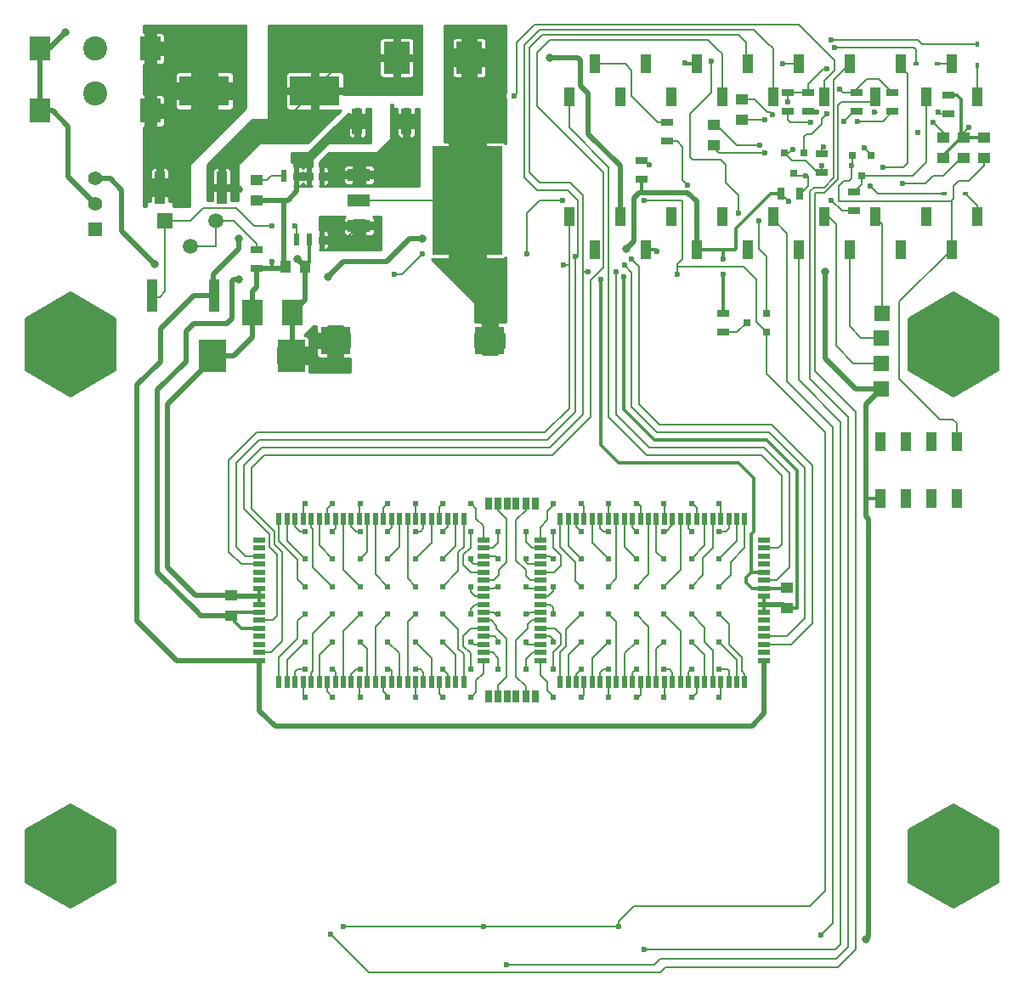
<source format=gbl>
G04 #@! TF.FileFunction,Copper,L2,Bot,Signal*
%FSLAX46Y46*%
G04 Gerber Fmt 4.6, Leading zero omitted, Abs format (unit mm)*
G04 Created by KiCad (PCBNEW 0.201511241017+6328~38~ubuntu14.04.1-stable) date Mon 30 Nov 2015 09:24:38 AM CET*
%MOMM*%
G01*
G04 APERTURE LIST*
%ADD10C,0.100000*%
%ADD11C,1.000000*%
%ADD12C,0.150000*%
%ADD13C,9.000000*%
%ADD14R,0.500000X1.300000*%
%ADD15R,1.300000X0.500000*%
%ADD16C,0.604800*%
%ADD17R,1.000000X3.200000*%
%ADD18R,1.000000X2.500000*%
%ADD19R,2.920000X2.790000*%
%ADD20R,2.600000X3.200000*%
%ADD21R,2.286000X1.143000*%
%ADD22R,6.997700X10.800080*%
%ADD23R,1.000000X1.250000*%
%ADD24R,1.250000X1.000000*%
%ADD25R,2.000000X2.500000*%
%ADD26C,1.510000*%
%ADD27R,1.510000X1.510000*%
%ADD28R,1.300000X0.700000*%
%ADD29R,5.000000X3.000000*%
%ADD30R,2.700000X3.200000*%
%ADD31R,0.508000X1.143000*%
%ADD32R,1.020000X1.900000*%
%ADD33R,1.020000X1.850000*%
%ADD34C,2.400000*%
%ADD35R,2.000000X2.400000*%
%ADD36R,0.450000X0.590000*%
%ADD37R,0.590000X0.450000*%
%ADD38R,0.800100X0.800100*%
%ADD39R,0.700000X1.300000*%
%ADD40R,1.501140X1.501140*%
%ADD41R,1.397000X1.397000*%
%ADD42C,1.397000*%
%ADD43R,0.800000X1.300000*%
%ADD44C,0.800000*%
%ADD45C,0.600000*%
%ADD46C,0.500000*%
%ADD47C,0.300000*%
%ADD48C,0.200000*%
%ADD49C,0.254000*%
G04 APERTURE END LIST*
D10*
D11*
X56000000Y-69900000D02*
X60000000Y-72200000D01*
X60000000Y-72200000D02*
X60000000Y-76800000D01*
X60000000Y-76800000D02*
X56000000Y-79100000D01*
X56000000Y-79100000D02*
X52000000Y-76800000D01*
X52000000Y-76800000D02*
X52000000Y-72200000D01*
X52000000Y-72200000D02*
X56000000Y-69900000D01*
D12*
X60500000Y-77098000D02*
X56000000Y-79696000D01*
X56000000Y-79696000D02*
X51500000Y-77098000D01*
X51500000Y-71902000D02*
X56000000Y-69304000D01*
X56000000Y-69304000D02*
X60500000Y-71902000D01*
X60500000Y-71902000D02*
X60500000Y-77098000D01*
X51500000Y-71902000D02*
X51500000Y-77098000D01*
D11*
X56000000Y-120900000D02*
X60000000Y-123200000D01*
X60000000Y-123200000D02*
X60000000Y-127800000D01*
X60000000Y-127800000D02*
X56000000Y-130100000D01*
X56000000Y-130100000D02*
X52000000Y-127800000D01*
X52000000Y-127800000D02*
X52000000Y-123200000D01*
X52000000Y-123200000D02*
X56000000Y-120900000D01*
D12*
X60500000Y-128098000D02*
X56000000Y-130696000D01*
X56000000Y-130696000D02*
X51500000Y-128098000D01*
X51500000Y-122902000D02*
X56000000Y-120304000D01*
X56000000Y-120304000D02*
X60500000Y-122902000D01*
X60500000Y-122902000D02*
X60500000Y-128098000D01*
X51500000Y-122902000D02*
X51500000Y-128098000D01*
D11*
X144000000Y-120900000D02*
X148000000Y-123200000D01*
X148000000Y-123200000D02*
X148000000Y-127800000D01*
X148000000Y-127800000D02*
X144000000Y-130100000D01*
X144000000Y-130100000D02*
X140000000Y-127800000D01*
X140000000Y-127800000D02*
X140000000Y-123200000D01*
X140000000Y-123200000D02*
X144000000Y-120900000D01*
D12*
X148500000Y-128098000D02*
X144000000Y-130696000D01*
X144000000Y-130696000D02*
X139500000Y-128098000D01*
X139500000Y-122902000D02*
X144000000Y-120304000D01*
X144000000Y-120304000D02*
X148500000Y-122902000D01*
X148500000Y-122902000D02*
X148500000Y-128098000D01*
X139500000Y-122902000D02*
X139500000Y-128098000D01*
D11*
X144000000Y-69900000D02*
X148000000Y-72200000D01*
X148000000Y-72200000D02*
X148000000Y-76800000D01*
X148000000Y-76800000D02*
X144000000Y-79100000D01*
X144000000Y-79100000D02*
X140000000Y-76800000D01*
X140000000Y-76800000D02*
X140000000Y-72200000D01*
X140000000Y-72200000D02*
X144000000Y-69900000D01*
D12*
X148500000Y-77098000D02*
X144000000Y-79696000D01*
X144000000Y-79696000D02*
X139500000Y-77098000D01*
X139500000Y-71902000D02*
X144000000Y-69304000D01*
X144000000Y-69304000D02*
X148500000Y-71902000D01*
X148500000Y-71902000D02*
X148500000Y-77098000D01*
X139500000Y-71902000D02*
X139500000Y-77098000D01*
D13*
X56000000Y-74500000D03*
X56000000Y-125500000D03*
X144000000Y-125500000D03*
D14*
X95200000Y-108150000D03*
X94400000Y-108150000D03*
X93600000Y-108150000D03*
X92800000Y-108150000D03*
X92000000Y-108150000D03*
X91200000Y-108150000D03*
X90400000Y-108150000D03*
X89600000Y-108150000D03*
X88800000Y-108150000D03*
X88000000Y-108150000D03*
X87200000Y-108150000D03*
X86400000Y-108150000D03*
X85600000Y-108150000D03*
X84800000Y-108150000D03*
X84000000Y-108150000D03*
X83200000Y-108150000D03*
X82400000Y-108150000D03*
X81600000Y-108150000D03*
X80800000Y-108150000D03*
X80000000Y-108150000D03*
X79200000Y-108150000D03*
X78400000Y-108150000D03*
X77600000Y-108150000D03*
X76800000Y-108150000D03*
D15*
X74850000Y-106000000D03*
X74850000Y-105200000D03*
X74850000Y-104400000D03*
X74850000Y-103600000D03*
X74850000Y-102800000D03*
X74850000Y-102000000D03*
X74850000Y-101200000D03*
X74850000Y-100400000D03*
X74850000Y-99600000D03*
X74850000Y-98800000D03*
X74850000Y-98000000D03*
X74850000Y-97200000D03*
X74850000Y-96400000D03*
X74850000Y-95600000D03*
X74850000Y-94800000D03*
X74850000Y-94000000D03*
D14*
X76800000Y-91850000D03*
X77600000Y-91850000D03*
X78400000Y-91850000D03*
X79200000Y-91850000D03*
X80000000Y-91850000D03*
X80800000Y-91850000D03*
X81600000Y-91850000D03*
X82400000Y-91850000D03*
X83200000Y-91850000D03*
X84000000Y-91850000D03*
X84800000Y-91850000D03*
X85600000Y-91850000D03*
X86400000Y-91850000D03*
X87200000Y-91850000D03*
X88000000Y-91850000D03*
X88800000Y-91850000D03*
X89600000Y-91850000D03*
X90400000Y-91850000D03*
X91200000Y-91850000D03*
X92000000Y-91850000D03*
X92800000Y-91850000D03*
X93600000Y-91850000D03*
X94400000Y-91850000D03*
X95200000Y-91850000D03*
D15*
X97150000Y-94000000D03*
X97150000Y-94800000D03*
X97150000Y-95600000D03*
X97150000Y-96400000D03*
X97150000Y-97200000D03*
X97150000Y-98000000D03*
X97150000Y-98800000D03*
X97150000Y-99600000D03*
X97150000Y-100400000D03*
X97150000Y-101200000D03*
X97150000Y-102000000D03*
X97150000Y-102800000D03*
X97150000Y-103600000D03*
X97150000Y-104400000D03*
X97150000Y-105200000D03*
X97150000Y-106000000D03*
D16*
X79375000Y-90375000D03*
X82125000Y-90375000D03*
X84875000Y-90375000D03*
X87625000Y-90375000D03*
X90375000Y-90375000D03*
X93125000Y-90375000D03*
X95875000Y-90375000D03*
X98625000Y-90375000D03*
X79375000Y-93125000D03*
X82125000Y-93125000D03*
X84875000Y-93125000D03*
X87625000Y-93125000D03*
X90375000Y-93125000D03*
X93125000Y-93125000D03*
X95875000Y-93125000D03*
X98625000Y-93125000D03*
X79375000Y-95875000D03*
X82125000Y-95875000D03*
X84875000Y-95875000D03*
X87625000Y-95875000D03*
X90375000Y-95875000D03*
X93125000Y-95875000D03*
X95875000Y-95875000D03*
X98625000Y-95875000D03*
X79375000Y-98625000D03*
X82125000Y-98625000D03*
X84875000Y-98625000D03*
X87625000Y-98625000D03*
X90375000Y-98625000D03*
X93125000Y-98625000D03*
X95875000Y-98625000D03*
X98625000Y-98625000D03*
X79375000Y-101375000D03*
X82125000Y-101375000D03*
X84875000Y-101375000D03*
X87625000Y-101375000D03*
X90375000Y-101375000D03*
X93125000Y-101375000D03*
X95875000Y-101375000D03*
X98625000Y-101375000D03*
X79375000Y-104125000D03*
X82125000Y-104125000D03*
X84875000Y-104125000D03*
X87625000Y-104125000D03*
X90375000Y-104125000D03*
X93125000Y-104125000D03*
X95875000Y-104125000D03*
X98625000Y-104125000D03*
X79375000Y-106875000D03*
X82125000Y-106875000D03*
X84875000Y-106875000D03*
X87625000Y-106875000D03*
X90375000Y-106875000D03*
X93125000Y-106875000D03*
X95875000Y-106875000D03*
X98625000Y-106875000D03*
X79375000Y-109625000D03*
X82125000Y-109625000D03*
X84875000Y-109625000D03*
X87625000Y-109625000D03*
X90375000Y-109625000D03*
X93125000Y-109625000D03*
X95875000Y-109625000D03*
X98625000Y-109625000D03*
D17*
X70372000Y-69620000D03*
X64172000Y-69620000D03*
D18*
X89496000Y-52248000D03*
X84596000Y-52248000D03*
D19*
X82409000Y-74092000D03*
X97779000Y-74092000D03*
D20*
X95726000Y-45898000D03*
X88526000Y-45898000D03*
D21*
X84760000Y-60122000D03*
D22*
X95555000Y-60122000D03*
D21*
X84760000Y-57582000D03*
X84760000Y-62662000D03*
D23*
X79410000Y-66726000D03*
X77410000Y-66726000D03*
D24*
X74600000Y-58106000D03*
X74600000Y-60106000D03*
D25*
X78124000Y-71298000D03*
X74124000Y-71298000D03*
D26*
X70536000Y-62154000D03*
D27*
X65456000Y-62154000D03*
D26*
X67996000Y-64694000D03*
D28*
X74600000Y-65014000D03*
X74600000Y-66914000D03*
D29*
X80354000Y-49200000D03*
X69354000Y-49200000D03*
D17*
X71096000Y-58852000D03*
X64896000Y-58852000D03*
D30*
X78042000Y-75616000D03*
X70142000Y-75616000D03*
D31*
X81077000Y-57709000D03*
X79807000Y-57709000D03*
X78537000Y-57709000D03*
X77267000Y-57709000D03*
X77267000Y-64059000D03*
X78537000Y-64059000D03*
X79807000Y-64059000D03*
X81077000Y-64059000D03*
D24*
X120104000Y-52618000D03*
X120104000Y-54618000D03*
X144996000Y-55888000D03*
X144996000Y-53888000D03*
X122898000Y-52078000D03*
X122898000Y-50078000D03*
X142964000Y-53888000D03*
X142964000Y-55888000D03*
D16*
X120625000Y-101375000D03*
X120625000Y-104125000D03*
X120625000Y-106875000D03*
X120625000Y-109625000D03*
X117875000Y-101375000D03*
X117875000Y-104125000D03*
X117875000Y-109625000D03*
X117875000Y-106875000D03*
X115125000Y-101375000D03*
X115125000Y-106875000D03*
X115125000Y-109625000D03*
X115125000Y-104125000D03*
X112375000Y-101375000D03*
X112375000Y-109625000D03*
X112375000Y-106875000D03*
X112375000Y-104125000D03*
X109625000Y-101375000D03*
X109625000Y-109625000D03*
X109625000Y-106875000D03*
X109625000Y-104125000D03*
X106875000Y-109625000D03*
X106875000Y-106875000D03*
X106875000Y-104125000D03*
X106875000Y-101375000D03*
X104125000Y-109625000D03*
X101375000Y-106875000D03*
X101375000Y-104125000D03*
X104125000Y-104125000D03*
X104125000Y-106875000D03*
X101375000Y-109625000D03*
X101375000Y-101375000D03*
X104125000Y-101375000D03*
X104125000Y-98625000D03*
X101375000Y-98625000D03*
X101375000Y-90375000D03*
X104125000Y-93125000D03*
X101375000Y-95875000D03*
X104125000Y-95875000D03*
X101375000Y-93125000D03*
X104125000Y-90375000D03*
X106875000Y-98625000D03*
X106875000Y-95875000D03*
X106875000Y-93125000D03*
X106875000Y-90375000D03*
X109625000Y-95875000D03*
X109625000Y-93125000D03*
X109625000Y-90375000D03*
X109625000Y-98625000D03*
X112375000Y-95875000D03*
X112375000Y-93125000D03*
X112375000Y-90375000D03*
X112375000Y-98625000D03*
X115125000Y-95875000D03*
X115125000Y-90375000D03*
X115125000Y-93125000D03*
X115125000Y-98625000D03*
X117875000Y-93125000D03*
X117875000Y-90375000D03*
X117875000Y-95875000D03*
X117875000Y-98625000D03*
X120625000Y-90375000D03*
X120625000Y-93125000D03*
X120625000Y-95875000D03*
X120625000Y-98625000D03*
D14*
X104800000Y-91850000D03*
X105600000Y-91850000D03*
X106400000Y-91850000D03*
X107200000Y-91850000D03*
X108000000Y-91850000D03*
X108800000Y-91850000D03*
X109600000Y-91850000D03*
X110400000Y-91850000D03*
X111200000Y-91850000D03*
X112000000Y-91850000D03*
X112800000Y-91850000D03*
X113600000Y-91850000D03*
X114400000Y-91850000D03*
X115200000Y-91850000D03*
X116000000Y-91850000D03*
X116800000Y-91850000D03*
X117600000Y-91850000D03*
X118400000Y-91850000D03*
X119200000Y-91850000D03*
X120000000Y-91850000D03*
X120800000Y-91850000D03*
X121600000Y-91850000D03*
X122400000Y-91850000D03*
X123200000Y-91850000D03*
D15*
X125150000Y-94000000D03*
X125150000Y-94800000D03*
X125150000Y-95600000D03*
X125150000Y-96400000D03*
X125150000Y-97200000D03*
X125150000Y-98000000D03*
X125150000Y-98800000D03*
X125150000Y-99600000D03*
X125150000Y-100400000D03*
X125150000Y-101200000D03*
X125150000Y-102000000D03*
X125150000Y-102800000D03*
X125150000Y-103600000D03*
X125150000Y-104400000D03*
X125150000Y-105200000D03*
X125150000Y-106000000D03*
D14*
X123200000Y-108150000D03*
X122400000Y-108150000D03*
X121600000Y-108150000D03*
X120800000Y-108150000D03*
X120000000Y-108150000D03*
X119200000Y-108150000D03*
X118400000Y-108150000D03*
X117600000Y-108150000D03*
X116800000Y-108150000D03*
X116000000Y-108150000D03*
X115200000Y-108150000D03*
X114400000Y-108150000D03*
X113600000Y-108150000D03*
X112800000Y-108150000D03*
X112000000Y-108150000D03*
X111200000Y-108150000D03*
X110400000Y-108150000D03*
X109600000Y-108150000D03*
X108800000Y-108150000D03*
X108000000Y-108150000D03*
X107200000Y-108150000D03*
X106400000Y-108150000D03*
X105600000Y-108150000D03*
X104800000Y-108150000D03*
D15*
X102850000Y-106000000D03*
X102850000Y-105200000D03*
X102850000Y-104400000D03*
X102850000Y-103600000D03*
X102850000Y-102800000D03*
X102850000Y-102000000D03*
X102850000Y-101200000D03*
X102850000Y-100400000D03*
X102850000Y-99600000D03*
X102850000Y-98800000D03*
X102850000Y-98000000D03*
X102850000Y-97200000D03*
X102850000Y-96400000D03*
X102850000Y-95600000D03*
X102850000Y-94800000D03*
X102850000Y-94000000D03*
D32*
X146320000Y-61770000D03*
X143780000Y-65070000D03*
X141240000Y-61770000D03*
X138700000Y-65070000D03*
X136160000Y-61770000D03*
X133620000Y-65070000D03*
X131080000Y-61770000D03*
X128540000Y-65070000D03*
X126000000Y-61770000D03*
X123460000Y-65070000D03*
X118380000Y-65070000D03*
X113300000Y-65070000D03*
X108220000Y-65070000D03*
X105680000Y-61770000D03*
X115840000Y-61770000D03*
X110760000Y-61770000D03*
X120920000Y-61770000D03*
X136160000Y-49830000D03*
X141240000Y-49830000D03*
X131080000Y-49830000D03*
X146320000Y-49830000D03*
X143780000Y-46530000D03*
X138700000Y-46530000D03*
X133620000Y-46530000D03*
X128540000Y-46530000D03*
X126000000Y-49830000D03*
X123460000Y-46530000D03*
X120920000Y-49830000D03*
X118380000Y-46530000D03*
X115840000Y-49830000D03*
X113300000Y-46530000D03*
X110760000Y-49830000D03*
X108220000Y-46530000D03*
X105680000Y-49830000D03*
D33*
X144310000Y-84175000D03*
X141770000Y-84175000D03*
X139230000Y-84175000D03*
X136690000Y-84175000D03*
X144310000Y-89825000D03*
X141770000Y-89825000D03*
X139230000Y-89825000D03*
X136690000Y-89825000D03*
D34*
X58500000Y-49500000D03*
D35*
X53000000Y-45000000D03*
X64000000Y-45000000D03*
X53000000Y-51200000D03*
X64000000Y-51200000D03*
D34*
X58500000Y-45000000D03*
D28*
X112954000Y-58024000D03*
X112954000Y-56124000D03*
X143472000Y-51520000D03*
X143472000Y-49620000D03*
D24*
X147028000Y-55888000D03*
X147028000Y-53888000D03*
D36*
X146393000Y-46672000D03*
X146393000Y-44562000D03*
D37*
X145162000Y-59460000D03*
X143052000Y-59460000D03*
D38*
X133886000Y-55665240D03*
X135786000Y-55665240D03*
X134836000Y-57664220D03*
X127155000Y-55411240D03*
X129055000Y-55411240D03*
X128105000Y-57410220D03*
D28*
X121082000Y-73264000D03*
X121082000Y-71364000D03*
X115494000Y-52314000D03*
X115494000Y-54214000D03*
D39*
X126774000Y-59460000D03*
X128674000Y-59460000D03*
D28*
X134074000Y-61172000D03*
X134074000Y-59272000D03*
X130899000Y-57362000D03*
X130899000Y-55462000D03*
X127470000Y-49366000D03*
X127470000Y-51266000D03*
X137884000Y-49366000D03*
X137884000Y-51266000D03*
X134328000Y-49366000D03*
X134328000Y-51266000D03*
D37*
X142368000Y-46506000D03*
X140258000Y-46506000D03*
D38*
X125384760Y-71364000D03*
X125384760Y-73264000D03*
X123385780Y-72314000D03*
D28*
X129502000Y-49366000D03*
X129502000Y-51266000D03*
D13*
X144000000Y-74500000D03*
D40*
X136868000Y-71398000D03*
X136830000Y-73838000D03*
X136830000Y-76378000D03*
X136830000Y-78918000D03*
D24*
X127432000Y-98746000D03*
X127432000Y-100746000D03*
X72060000Y-101508000D03*
X72060000Y-99508000D03*
D41*
X58500000Y-63040000D03*
D42*
X58500000Y-60500000D03*
X58500000Y-57960000D03*
D43*
X98620000Y-109604000D03*
D39*
X99570000Y-109604000D03*
X97670000Y-109604000D03*
D43*
X101370000Y-90354000D03*
D39*
X100420000Y-90354000D03*
X102320000Y-90354000D03*
D43*
X98620000Y-90354000D03*
D39*
X97670000Y-90354000D03*
X99570000Y-90354000D03*
D43*
X101370000Y-109604000D03*
D39*
X100420000Y-109604000D03*
X102320000Y-109604000D03*
D44*
X64440000Y-66472000D03*
X78664000Y-65964000D03*
D45*
X114478000Y-65202000D03*
X117272000Y-46406000D03*
X111176000Y-67742000D03*
D44*
X63932000Y-53772000D03*
X135306000Y-133782000D03*
X63932000Y-47930000D03*
X63678000Y-58852000D03*
X131242000Y-67234000D03*
D45*
X140424000Y-53364000D03*
X136106000Y-51332000D03*
X145504000Y-52856000D03*
X76124000Y-66218000D03*
D44*
X72750000Y-59000000D03*
X72822000Y-63932000D03*
D45*
X124676000Y-54634000D03*
X125184000Y-55396000D03*
X138900000Y-58444000D03*
X125184000Y-52094000D03*
X125946000Y-51586000D03*
X141948000Y-52348000D03*
X142456000Y-51332000D03*
D44*
X55550000Y-43358000D03*
X103810000Y-45898000D03*
D45*
X113716000Y-56566000D03*
D44*
X81712000Y-67742000D03*
X72822000Y-67996000D03*
X91110000Y-63932000D03*
D45*
X121082000Y-67488000D03*
X121082000Y-65964000D03*
D44*
X111430000Y-64948000D03*
D45*
X108890000Y-67996000D03*
X127597000Y-60222000D03*
X131788000Y-60095000D03*
X107620000Y-67234000D03*
X110414000Y-67234000D03*
X111214000Y-66572000D03*
X105118000Y-66572000D03*
X111938000Y-65964000D03*
X106350000Y-65710000D03*
X127470000Y-50316000D03*
X132677000Y-49046000D03*
X131407000Y-47014000D03*
X133820000Y-56666000D03*
X130899000Y-56666000D03*
X127978000Y-55015000D03*
X131788000Y-44093000D03*
X129756000Y-52348000D03*
X135725000Y-58698000D03*
X131026000Y-54761000D03*
X113208000Y-60122000D03*
X88316000Y-67488000D03*
X91110000Y-65456000D03*
X101524000Y-65456000D03*
X105080000Y-60122000D03*
X116510000Y-67488000D03*
X110668000Y-132512000D03*
X97206000Y-132512000D03*
X83236000Y-132512000D03*
X133058000Y-52221000D03*
X135090000Y-54888000D03*
X134455000Y-52221000D03*
X131407000Y-51459000D03*
X129248000Y-57682000D03*
X136995000Y-56793000D03*
X81966000Y-133274000D03*
X130776000Y-133334000D03*
X99492000Y-136322000D03*
X113208000Y-134798000D03*
X132169000Y-44855000D03*
X130391000Y-51332000D03*
X76124000Y-62662000D03*
X78410000Y-62662000D03*
X126962000Y-46506000D03*
X119850000Y-46252000D03*
X124638000Y-62154000D03*
X122606000Y-61392000D03*
X100254000Y-49708000D03*
X117526000Y-58598000D03*
D46*
X61138000Y-60598000D02*
X61138000Y-59106000D01*
X79410000Y-66710000D02*
X78664000Y-65964000D01*
X64440000Y-66472000D02*
X61138000Y-63170000D01*
X61138000Y-63170000D02*
X61138000Y-60598000D01*
X59992000Y-57960000D02*
X58500000Y-57960000D01*
X61138000Y-59106000D02*
X59992000Y-57960000D01*
D47*
X79410000Y-66726000D02*
X79410000Y-66710000D01*
D46*
X78124000Y-71298000D02*
X78124000Y-75534000D01*
X78124000Y-75534000D02*
X78042000Y-75616000D01*
D48*
X82409000Y-74092000D02*
X81458000Y-74092000D01*
X81458000Y-74092000D02*
X79934000Y-75616000D01*
X79934000Y-75616000D02*
X78042000Y-75616000D01*
X78124000Y-75534000D02*
X78042000Y-75616000D01*
X78124000Y-75534000D02*
X78042000Y-75616000D01*
D46*
X79410000Y-66726000D02*
X79410000Y-70012000D01*
X79410000Y-70012000D02*
X78124000Y-71298000D01*
D47*
X79807000Y-64059000D02*
X79807000Y-66329000D01*
D48*
X79807000Y-66329000D02*
X79410000Y-66726000D01*
X95555000Y-60122000D02*
X95555000Y-65583000D01*
X97779000Y-67807000D02*
X97779000Y-74092000D01*
X95555000Y-65583000D02*
X97779000Y-67807000D01*
X95726000Y-45898000D02*
X95726000Y-59951000D01*
X95726000Y-59951000D02*
X95555000Y-60122000D01*
X84760000Y-60122000D02*
X95555000Y-60122000D01*
X79200000Y-91850000D02*
X79200000Y-90550000D01*
X79200000Y-90550000D02*
X79375000Y-90375000D01*
X81600000Y-91850000D02*
X81600000Y-90900000D01*
X81600000Y-90900000D02*
X82125000Y-90375000D01*
X84800000Y-91850000D02*
X84800000Y-90450000D01*
X84800000Y-90450000D02*
X84875000Y-90375000D01*
X87200000Y-91850000D02*
X87200000Y-90800000D01*
X87200000Y-90800000D02*
X87625000Y-90375000D01*
X90400000Y-91850000D02*
X90400000Y-90400000D01*
X90400000Y-90400000D02*
X90375000Y-90375000D01*
X92800000Y-91850000D02*
X92800000Y-90700000D01*
X92800000Y-90700000D02*
X93125000Y-90375000D01*
X95875000Y-90375000D02*
X95963000Y-90375000D01*
X95963000Y-90375000D02*
X96444000Y-90856000D01*
X96444000Y-90856000D02*
X96444000Y-91872000D01*
X96444000Y-91872000D02*
X97150000Y-92578000D01*
X97150000Y-92578000D02*
X97150000Y-94000000D01*
X98625000Y-90375000D02*
X98625000Y-91005000D01*
X98190000Y-98000000D02*
X97150000Y-98000000D01*
X98730000Y-97460000D02*
X98190000Y-98000000D01*
X98730000Y-96952000D02*
X98730000Y-97460000D01*
X99492000Y-96190000D02*
X98730000Y-96952000D01*
X99492000Y-91872000D02*
X99492000Y-96190000D01*
X98625000Y-91005000D02*
X99492000Y-91872000D01*
X78400000Y-91850000D02*
X78400000Y-92624000D01*
X78901000Y-93125000D02*
X79375000Y-93125000D01*
X78400000Y-92624000D02*
X78901000Y-93125000D01*
X82400000Y-91850000D02*
X82400000Y-92850000D01*
X82400000Y-92850000D02*
X82125000Y-93125000D01*
X84000000Y-91850000D02*
X84000000Y-92636000D01*
X84489000Y-93125000D02*
X84875000Y-93125000D01*
X84000000Y-92636000D02*
X84489000Y-93125000D01*
X88000000Y-91850000D02*
X88000000Y-92750000D01*
X88000000Y-92750000D02*
X87625000Y-93125000D01*
X91200000Y-91850000D02*
X91200000Y-92798000D01*
X90873000Y-93125000D02*
X90375000Y-93125000D01*
X91200000Y-92798000D02*
X90873000Y-93125000D01*
X93600000Y-91850000D02*
X93600000Y-92650000D01*
X93600000Y-92650000D02*
X93125000Y-93125000D01*
X95875000Y-93125000D02*
X95875000Y-94727000D01*
X95930000Y-97200000D02*
X97150000Y-97200000D01*
X95174000Y-96444000D02*
X95930000Y-97200000D01*
X95174000Y-95428000D02*
X95174000Y-96444000D01*
X95875000Y-94727000D02*
X95174000Y-95428000D01*
X98625000Y-93125000D02*
X98625000Y-94263000D01*
X98088000Y-94800000D02*
X97150000Y-94800000D01*
X98625000Y-94263000D02*
X98088000Y-94800000D01*
X77600000Y-91850000D02*
X77600000Y-94100000D01*
X77600000Y-94100000D02*
X79375000Y-95875000D01*
X80800000Y-91850000D02*
X80800000Y-94550000D01*
X80800000Y-94550000D02*
X82125000Y-95875000D01*
X85600000Y-91850000D02*
X85600000Y-95150000D01*
X85600000Y-95150000D02*
X84875000Y-95875000D01*
X88800000Y-91850000D02*
X88800000Y-94700000D01*
X88800000Y-94700000D02*
X87625000Y-95875000D01*
X92000000Y-91850000D02*
X92000000Y-94250000D01*
X92000000Y-94250000D02*
X90375000Y-95875000D01*
X94400000Y-91850000D02*
X94400000Y-94600000D01*
X94400000Y-94600000D02*
X93125000Y-95875000D01*
X95875000Y-95875000D02*
X95875000Y-96129000D01*
X95875000Y-96129000D02*
X96146000Y-96400000D01*
X96146000Y-96400000D02*
X97150000Y-96400000D01*
X98625000Y-95875000D02*
X98625000Y-95831000D01*
X98625000Y-95831000D02*
X98394000Y-95600000D01*
X98394000Y-95600000D02*
X97150000Y-95600000D01*
X76800000Y-91850000D02*
X76800000Y-94072000D01*
X78664000Y-97914000D02*
X79375000Y-98625000D01*
X78664000Y-95936000D02*
X78664000Y-97914000D01*
X76800000Y-94072000D02*
X78664000Y-95936000D01*
X80000000Y-91850000D02*
X80000000Y-92700000D01*
X80188000Y-96688000D02*
X82125000Y-98625000D01*
X80188000Y-92888000D02*
X80188000Y-96688000D01*
X80000000Y-92700000D02*
X80188000Y-92888000D01*
X83200000Y-91850000D02*
X83200000Y-96950000D01*
X83200000Y-96950000D02*
X84875000Y-98625000D01*
X86400000Y-91850000D02*
X86400000Y-97400000D01*
X86400000Y-97400000D02*
X87625000Y-98625000D01*
X89600000Y-91850000D02*
X89600000Y-97850000D01*
X89600000Y-97850000D02*
X90375000Y-98625000D01*
X95200000Y-91850000D02*
X95200000Y-94640000D01*
X94666000Y-97084000D02*
X93125000Y-98625000D01*
X94666000Y-95174000D02*
X94666000Y-97084000D01*
X95200000Y-94640000D02*
X94666000Y-95174000D01*
X95875000Y-98625000D02*
X95875000Y-99177000D01*
X96298000Y-99600000D02*
X97150000Y-99600000D01*
X95875000Y-99177000D02*
X96298000Y-99600000D01*
X98625000Y-98625000D02*
X98327000Y-98625000D01*
X98327000Y-98625000D02*
X98152000Y-98800000D01*
X98152000Y-98800000D02*
X97150000Y-98800000D01*
X76800000Y-108150000D02*
X76800000Y-105674000D01*
X78664000Y-102086000D02*
X79375000Y-101375000D01*
X78664000Y-103810000D02*
X78664000Y-102086000D01*
X76800000Y-105674000D02*
X78664000Y-103810000D01*
X80000000Y-108150000D02*
X80000000Y-107257998D01*
X80188000Y-103312000D02*
X82125000Y-101375000D01*
X80188000Y-107069998D02*
X80188000Y-103312000D01*
X80000000Y-107257998D02*
X80188000Y-107069998D01*
X83200000Y-108150000D02*
X83200000Y-103050000D01*
X83200000Y-103050000D02*
X84875000Y-101375000D01*
X86400000Y-108150000D02*
X86400000Y-102600000D01*
X86400000Y-102600000D02*
X87625000Y-101375000D01*
X89600000Y-108150000D02*
X89600000Y-102150000D01*
X89600000Y-102150000D02*
X90375000Y-101375000D01*
X95200000Y-108150000D02*
X95200000Y-105360000D01*
X94666000Y-102916000D02*
X93125000Y-101375000D01*
X94666000Y-104826000D02*
X94666000Y-102916000D01*
X95200000Y-105360000D02*
X94666000Y-104826000D01*
X95875000Y-101375000D02*
X95875000Y-100823000D01*
X96298000Y-100400000D02*
X97150000Y-100400000D01*
X95875000Y-100823000D02*
X96298000Y-100400000D01*
X98625000Y-101375000D02*
X98327000Y-101375000D01*
X98327000Y-101375000D02*
X98152000Y-101200000D01*
X98152000Y-101200000D02*
X97150000Y-101200000D01*
X77600000Y-108150000D02*
X77600000Y-105900000D01*
X77600000Y-105900000D02*
X79375000Y-104125000D01*
X80800000Y-108150000D02*
X80800000Y-105450000D01*
X80800000Y-105450000D02*
X82125000Y-104125000D01*
X85600000Y-108150000D02*
X85600000Y-104850000D01*
X85600000Y-104850000D02*
X84875000Y-104125000D01*
X88800000Y-108150000D02*
X88800000Y-105300000D01*
X88800000Y-105300000D02*
X87625000Y-104125000D01*
X92000000Y-108150000D02*
X92000000Y-105750000D01*
X92000000Y-105750000D02*
X90375000Y-104125000D01*
X94400000Y-108150000D02*
X94400000Y-105400000D01*
X94400000Y-105400000D02*
X93125000Y-104125000D01*
X95875000Y-104125000D02*
X95997000Y-104125000D01*
X95997000Y-104125000D02*
X96272000Y-104400000D01*
X96272000Y-104400000D02*
X97150000Y-104400000D01*
X98625000Y-104125000D02*
X98625000Y-103959000D01*
X98625000Y-103959000D02*
X98266000Y-103600000D01*
X98266000Y-103600000D02*
X97150000Y-103600000D01*
X78400000Y-108150000D02*
X78400000Y-107122000D01*
X78647000Y-106875000D02*
X79375000Y-106875000D01*
X78400000Y-107122000D02*
X78647000Y-106875000D01*
X82400000Y-108150000D02*
X82400000Y-107150000D01*
X82400000Y-107150000D02*
X82125000Y-106875000D01*
X84000000Y-108150000D02*
X84000000Y-107364000D01*
X84489000Y-106875000D02*
X84875000Y-106875000D01*
X84000000Y-107364000D02*
X84489000Y-106875000D01*
X87625000Y-106875000D02*
X87825000Y-106875000D01*
X87825000Y-106875000D02*
X88000000Y-107050000D01*
X88000000Y-107050000D02*
X88000000Y-108150000D01*
X91200000Y-108150000D02*
X91200000Y-107202000D01*
X90873000Y-106875000D02*
X90375000Y-106875000D01*
X91200000Y-107202000D02*
X90873000Y-106875000D01*
X93600000Y-108150000D02*
X93600000Y-107350000D01*
X93600000Y-107350000D02*
X93125000Y-106875000D01*
X95875000Y-106875000D02*
X95875000Y-105273000D01*
X95930000Y-102800000D02*
X97150000Y-102800000D01*
X95174000Y-103556000D02*
X95930000Y-102800000D01*
X95174000Y-104572000D02*
X95174000Y-103556000D01*
X95875000Y-105273000D02*
X95174000Y-104572000D01*
X98625000Y-106875000D02*
X98625000Y-105737000D01*
X98088000Y-105200000D02*
X97150000Y-105200000D01*
X98625000Y-105737000D02*
X98088000Y-105200000D01*
X79200000Y-108150000D02*
X79200000Y-109450000D01*
X79200000Y-109450000D02*
X79375000Y-109625000D01*
X81600000Y-108150000D02*
X81600000Y-109100000D01*
X81600000Y-109100000D02*
X82125000Y-109625000D01*
X84800000Y-108150000D02*
X84800000Y-109550000D01*
X84800000Y-109550000D02*
X84875000Y-109625000D01*
X87625000Y-109625000D02*
X87625000Y-109469000D01*
X87625000Y-109469000D02*
X87200000Y-109044000D01*
X87200000Y-109044000D02*
X87200000Y-108150000D01*
X90400000Y-108150000D02*
X90400000Y-109600000D01*
X90400000Y-109600000D02*
X90375000Y-109625000D01*
X92800000Y-108150000D02*
X92800000Y-109300000D01*
X92800000Y-109300000D02*
X93125000Y-109625000D01*
X95875000Y-109625000D02*
X95963000Y-109625000D01*
X95963000Y-109625000D02*
X96444000Y-109144000D01*
X96444000Y-109144000D02*
X96444000Y-108001000D01*
X96444000Y-108001000D02*
X97150000Y-107295000D01*
X97150000Y-107295000D02*
X97150000Y-106000000D01*
X98625000Y-109625000D02*
X98625000Y-108487000D01*
X97936000Y-102000000D02*
X97150000Y-102000000D01*
X98476000Y-102540000D02*
X97936000Y-102000000D01*
X98476000Y-102794000D02*
X98476000Y-102540000D01*
X99492000Y-103810000D02*
X98476000Y-102794000D01*
X99492000Y-107620000D02*
X99492000Y-103810000D01*
X98625000Y-108487000D02*
X99492000Y-107620000D01*
D47*
X113300000Y-65070000D02*
X114346000Y-65070000D01*
X114346000Y-65070000D02*
X114478000Y-65202000D01*
X118380000Y-46530000D02*
X117396000Y-46530000D01*
X117396000Y-46530000D02*
X117272000Y-46406000D01*
X136690000Y-89825000D02*
X135306000Y-89825000D01*
X135306000Y-89825000D02*
X135306000Y-89840000D01*
X128448000Y-97460000D02*
X128448000Y-100762000D01*
X114224000Y-83998000D02*
X111176000Y-80950000D01*
X111176000Y-67742000D02*
X111176000Y-80950000D01*
X128448000Y-93904000D02*
X128448000Y-87046000D01*
X128448000Y-97460000D02*
X128448000Y-93904000D01*
X128448000Y-87046000D02*
X125400000Y-83998000D01*
X125400000Y-83998000D02*
X114224000Y-83998000D01*
X128432000Y-100746000D02*
X127432000Y-100746000D01*
X128448000Y-100762000D02*
X128432000Y-100746000D01*
D46*
X125150000Y-100400000D02*
X127086000Y-100400000D01*
X127086000Y-100400000D02*
X127432000Y-100746000D01*
X74850000Y-99600000D02*
X72152000Y-99600000D01*
X72152000Y-99600000D02*
X72044000Y-99492000D01*
X72044000Y-99492000D02*
X68504000Y-99492000D01*
X64000000Y-51200000D02*
X64000000Y-53704000D01*
X64000000Y-53704000D02*
X63932000Y-53772000D01*
X136830000Y-78918000D02*
X135306000Y-80442000D01*
X135306000Y-91618000D02*
X135306000Y-89840000D01*
X135306000Y-89840000D02*
X135306000Y-80442000D01*
X135560000Y-91872000D02*
X135306000Y-91618000D01*
X135560000Y-133528000D02*
X135560000Y-91872000D01*
X135306000Y-133782000D02*
X135560000Y-133528000D01*
X64000000Y-45000000D02*
X64000000Y-47862000D01*
X64000000Y-47862000D02*
X63932000Y-47930000D01*
X64896000Y-58852000D02*
X63678000Y-58852000D01*
X136830000Y-78918000D02*
X134290000Y-78918000D01*
X134290000Y-78918000D02*
X131242000Y-75870000D01*
X131242000Y-75870000D02*
X131242000Y-67234000D01*
D48*
X140424000Y-53364000D02*
X140678000Y-53110000D01*
X136106000Y-51332000D02*
X136360000Y-51332000D01*
X144996000Y-53888000D02*
X144996000Y-53364000D01*
X144996000Y-53364000D02*
X145504000Y-52856000D01*
D47*
X144996000Y-53888000D02*
X147028000Y-53888000D01*
X143472000Y-49620000D02*
X144300000Y-49620000D01*
X144742000Y-50062000D02*
X144742000Y-53888000D01*
X144300000Y-49620000D02*
X144742000Y-50062000D01*
X144742000Y-53888000D02*
X142964000Y-55666000D01*
X142964000Y-55666000D02*
X142964000Y-55888000D01*
X125150000Y-101200000D02*
X125150000Y-100400000D01*
X125150000Y-100400000D02*
X125150000Y-99600000D01*
X70142000Y-75616000D02*
X70142000Y-76010000D01*
D46*
X70142000Y-76010000D02*
X65710000Y-80442000D01*
X65710000Y-80442000D02*
X65710000Y-95174000D01*
D47*
X74850000Y-98800000D02*
X74850000Y-99600000D01*
X74850000Y-99600000D02*
X74850000Y-100400000D01*
D46*
X68504000Y-99492000D02*
X65710000Y-96698000D01*
X65710000Y-96698000D02*
X65710000Y-95174000D01*
D47*
X65710000Y-95174000D02*
X65710000Y-94920000D01*
X76124000Y-66914000D02*
X76124000Y-66218000D01*
D48*
X64896000Y-58852000D02*
X64896000Y-57126000D01*
X69354000Y-52668000D02*
X69354000Y-49200000D01*
X64896000Y-57126000D02*
X69354000Y-52668000D01*
D46*
X74600000Y-66914000D02*
X76124000Y-66914000D01*
X76124000Y-66914000D02*
X77222000Y-66914000D01*
D48*
X77222000Y-66914000D02*
X77410000Y-66726000D01*
D46*
X74124000Y-71298000D02*
X74124000Y-69234000D01*
X74124000Y-69234000D02*
X74600000Y-68758000D01*
X74600000Y-68758000D02*
X74600000Y-66914000D01*
X70142000Y-75616000D02*
X72314000Y-75616000D01*
X72314000Y-75616000D02*
X74124000Y-73806000D01*
X74124000Y-73806000D02*
X74124000Y-71298000D01*
X77267000Y-64059000D02*
X77267000Y-66583000D01*
D48*
X77267000Y-66583000D02*
X77410000Y-66726000D01*
D46*
X77267000Y-64059000D02*
X77267000Y-60106000D01*
X77267000Y-60106000D02*
X77283000Y-60122000D01*
X77283000Y-60122000D02*
X77394000Y-60122000D01*
X77394000Y-60122000D02*
X77394000Y-60106000D01*
D48*
X79807000Y-57709000D02*
X79807000Y-55677000D01*
X83236000Y-52248000D02*
X84596000Y-52248000D01*
X79807000Y-55677000D02*
X83236000Y-52248000D01*
D46*
X78537000Y-57709000D02*
X78537000Y-59233000D01*
X78537000Y-59233000D02*
X77664000Y-60106000D01*
X77664000Y-60106000D02*
X77394000Y-60106000D01*
X77394000Y-60106000D02*
X74600000Y-60106000D01*
D48*
X79807000Y-57709000D02*
X78537000Y-57709000D01*
X74600000Y-58106000D02*
X75600000Y-58106000D01*
X75997000Y-57709000D02*
X77267000Y-57709000D01*
X75600000Y-58106000D02*
X75997000Y-57709000D01*
D46*
X72060000Y-65710000D02*
X70282000Y-67488000D01*
X70282000Y-67488000D02*
X70282000Y-69530000D01*
X72750000Y-59000000D02*
X72602000Y-58852000D01*
X71096000Y-58852000D02*
X72602000Y-58852000D01*
X72822000Y-64948000D02*
X72060000Y-65710000D01*
X72822000Y-63932000D02*
X72822000Y-64948000D01*
D48*
X70282000Y-69530000D02*
X70372000Y-69620000D01*
D46*
X62662000Y-79426000D02*
X62662000Y-78548000D01*
X62662000Y-78548000D02*
X64986000Y-76224000D01*
X62662000Y-79426000D02*
X62662000Y-102032000D01*
X66630000Y-106000000D02*
X62662000Y-102032000D01*
X67076000Y-106000000D02*
X74850000Y-106000000D01*
X67076000Y-106000000D02*
X66630000Y-106000000D01*
X70372000Y-69620000D02*
X68288000Y-69620000D01*
X64986000Y-72922000D02*
X64986000Y-74700000D01*
X68288000Y-69620000D02*
X64986000Y-72922000D01*
X64986000Y-74700000D02*
X64986000Y-76224000D01*
X76670000Y-112546000D02*
X76416000Y-112546000D01*
X125150000Y-107466000D02*
X125150000Y-111310000D01*
X125150000Y-111310000D02*
X123914000Y-112546000D01*
X76670000Y-112546000D02*
X123914000Y-112546000D01*
X74850000Y-110980000D02*
X74850000Y-106000000D01*
X76416000Y-112546000D02*
X74850000Y-110980000D01*
X125150000Y-106000000D02*
X125150000Y-107466000D01*
D48*
X125150000Y-107466000D02*
X125150000Y-107500000D01*
X80354000Y-49200000D02*
X80354000Y-49034000D01*
X80354000Y-49034000D02*
X83490000Y-45898000D01*
X83490000Y-45898000D02*
X88526000Y-45898000D01*
X71096000Y-58852000D02*
X71096000Y-57276000D01*
X71096000Y-57276000D02*
X74854000Y-53518000D01*
X74854000Y-53518000D02*
X76036000Y-53518000D01*
X76036000Y-53518000D02*
X80354000Y-49200000D01*
X84760000Y-57582000D02*
X81204000Y-57582000D01*
X81204000Y-57582000D02*
X81077000Y-57709000D01*
X87808000Y-57582000D02*
X84760000Y-57582000D01*
X89496000Y-52248000D02*
X89496000Y-55894000D01*
X89496000Y-55894000D02*
X87808000Y-57582000D01*
X81077000Y-64059000D02*
X83363000Y-64059000D01*
X83363000Y-64059000D02*
X84760000Y-62662000D01*
X74600000Y-65014000D02*
X74600000Y-64440000D01*
X72314000Y-62154000D02*
X70536000Y-62154000D01*
X74600000Y-64440000D02*
X72314000Y-62154000D01*
X70536000Y-62154000D02*
X70536000Y-64694000D01*
X70536000Y-64694000D02*
X67996000Y-64694000D01*
X122390000Y-54634000D02*
X120374000Y-52618000D01*
X124676000Y-54634000D02*
X122390000Y-54634000D01*
X120374000Y-52618000D02*
X120104000Y-52618000D01*
X120612000Y-55396000D02*
X120104000Y-54888000D01*
X125184000Y-55396000D02*
X120612000Y-55396000D01*
X120104000Y-54888000D02*
X120104000Y-54618000D01*
X120104000Y-54634000D02*
X120104000Y-54618000D01*
X142948000Y-57682000D02*
X144742000Y-55888000D01*
X141948000Y-57682000D02*
X142948000Y-57682000D01*
X141186000Y-58444000D02*
X141948000Y-57682000D01*
X138900000Y-58444000D02*
X141186000Y-58444000D01*
X125168000Y-52078000D02*
X122898000Y-52078000D01*
X125184000Y-52094000D02*
X125168000Y-52078000D01*
X124184000Y-50078000D02*
X122898000Y-50078000D01*
X125438000Y-51332000D02*
X124184000Y-50078000D01*
X125692000Y-51332000D02*
X125438000Y-51332000D01*
X125946000Y-51586000D02*
X125692000Y-51332000D01*
X142964000Y-53364000D02*
X142964000Y-53888000D01*
X141948000Y-52348000D02*
X142964000Y-53364000D01*
X142644000Y-51520000D02*
X143472000Y-51520000D01*
X142456000Y-51332000D02*
X142644000Y-51520000D01*
X123200000Y-108150000D02*
X123200000Y-107357998D01*
X121600000Y-104200000D02*
X121600000Y-102350000D01*
X121600000Y-102350000D02*
X120625000Y-101375000D01*
X121600000Y-104390000D02*
X121600000Y-104200000D01*
X122898000Y-105688000D02*
X121600000Y-104390000D01*
X122898000Y-107055998D02*
X122898000Y-105688000D01*
X123200000Y-107357998D02*
X122898000Y-107055998D01*
X122400000Y-108150000D02*
X122400000Y-105900000D01*
X122400000Y-105900000D02*
X120625000Y-104125000D01*
X121600000Y-108150000D02*
X121600000Y-107000000D01*
X121475000Y-106875000D02*
X120625000Y-106875000D01*
X121600000Y-107000000D02*
X121475000Y-106875000D01*
X120625000Y-109625000D02*
X120625000Y-109575000D01*
X120625000Y-109575000D02*
X120800000Y-109400000D01*
X120800000Y-109400000D02*
X120800000Y-108150000D01*
X120000000Y-108150000D02*
X120000000Y-105000000D01*
X119200000Y-102700000D02*
X117875000Y-101375000D01*
X119200000Y-104200000D02*
X119200000Y-102700000D01*
X120000000Y-105000000D02*
X119200000Y-104200000D01*
X119200000Y-108150000D02*
X119200000Y-105450000D01*
X119200000Y-105450000D02*
X117875000Y-104125000D01*
X117875000Y-109625000D02*
X117975000Y-109625000D01*
X117975000Y-109625000D02*
X118400000Y-109200000D01*
X118400000Y-109200000D02*
X118400000Y-108150000D01*
X117600000Y-108150000D02*
X117600000Y-107150000D01*
X117600000Y-107150000D02*
X117875000Y-106875000D01*
X116800000Y-108150000D02*
X116800000Y-103050000D01*
X116800000Y-103050000D02*
X115125000Y-101375000D01*
X116000000Y-108150000D02*
X116000000Y-107200000D01*
X115675000Y-106875000D02*
X115125000Y-106875000D01*
X116000000Y-107200000D02*
X115675000Y-106875000D01*
X115200000Y-108150000D02*
X115200000Y-109550000D01*
X115200000Y-109550000D02*
X115125000Y-109625000D01*
X114400000Y-108150000D02*
X114400000Y-104850000D01*
X114400000Y-104850000D02*
X115125000Y-104125000D01*
X113600000Y-108150000D02*
X113600000Y-102600000D01*
X113600000Y-102600000D02*
X112375000Y-101375000D01*
X112375000Y-109625000D02*
X112575000Y-109625000D01*
X112575000Y-109625000D02*
X112800000Y-109400000D01*
X112800000Y-109400000D02*
X112800000Y-108150000D01*
X112000000Y-108150000D02*
X112000000Y-107250000D01*
X112000000Y-107250000D02*
X112375000Y-106875000D01*
X111200000Y-108150000D02*
X111200000Y-105300000D01*
X111200000Y-105300000D02*
X112375000Y-104125000D01*
X110400000Y-108150000D02*
X110400000Y-102150000D01*
X110400000Y-102150000D02*
X109625000Y-101375000D01*
X109600000Y-108150000D02*
X109600000Y-109600000D01*
X109600000Y-109600000D02*
X109625000Y-109625000D01*
X108800000Y-108150000D02*
X108800000Y-107200000D01*
X109125000Y-106875000D02*
X109625000Y-106875000D01*
X108800000Y-107200000D02*
X109125000Y-106875000D01*
X108000000Y-108150000D02*
X108000000Y-105750000D01*
X108000000Y-105750000D02*
X109625000Y-104125000D01*
X106875000Y-109625000D02*
X106975000Y-109625000D01*
X106975000Y-109625000D02*
X107200000Y-109400000D01*
X107200000Y-109400000D02*
X107200000Y-108150000D01*
X106400000Y-108150000D02*
X106400000Y-107350000D01*
X106400000Y-107350000D02*
X106875000Y-106875000D01*
X105600000Y-108150000D02*
X105600000Y-105400000D01*
X105600000Y-105400000D02*
X106875000Y-104125000D01*
X104800000Y-108150000D02*
X104800000Y-105200000D01*
X105400000Y-102850000D02*
X106875000Y-101375000D01*
X105400000Y-104600000D02*
X105400000Y-102850000D01*
X104800000Y-105200000D02*
X105400000Y-104600000D01*
X104125000Y-109625000D02*
X104125000Y-109586000D01*
X104125000Y-109586000D02*
X103556000Y-109017000D01*
X103556000Y-109017000D02*
X103556000Y-108128000D01*
X103556000Y-108128000D02*
X102850000Y-107422000D01*
X102850000Y-107422000D02*
X102850000Y-106000000D01*
X101375000Y-106875000D02*
X101375000Y-105875000D01*
X102050000Y-105200000D02*
X102850000Y-105200000D01*
X101375000Y-105875000D02*
X102050000Y-105200000D01*
X101375000Y-104125000D02*
X101375000Y-104375000D01*
X101375000Y-104375000D02*
X101400000Y-104400000D01*
X101400000Y-104400000D02*
X102850000Y-104400000D01*
X104125000Y-104125000D02*
X104125000Y-103925000D01*
X104125000Y-103925000D02*
X103800000Y-103600000D01*
X103800000Y-103600000D02*
X102850000Y-103600000D01*
X104125000Y-106875000D02*
X104125000Y-105157000D01*
X104262000Y-102800000D02*
X102850000Y-102800000D01*
X104864000Y-103402000D02*
X104262000Y-102800000D01*
X104864000Y-104418000D02*
X104864000Y-103402000D01*
X104125000Y-105157000D02*
X104864000Y-104418000D01*
X102850000Y-102000000D02*
X102000000Y-102000000D01*
X101375000Y-108575000D02*
X100400000Y-107600000D01*
X100400000Y-107600000D02*
X100400000Y-104000000D01*
X100400000Y-104000000D02*
X101600000Y-102800000D01*
X101600000Y-102800000D02*
X101600000Y-102400000D01*
X101600000Y-102400000D02*
X102000000Y-102000000D01*
X101375000Y-108575000D02*
X101375000Y-109625000D01*
X101375000Y-101375000D02*
X101625000Y-101375000D01*
X101625000Y-101375000D02*
X101800000Y-101200000D01*
X101800000Y-101200000D02*
X102850000Y-101200000D01*
X102850000Y-100400000D02*
X103800000Y-100400000D01*
X104125000Y-100725000D02*
X104125000Y-101375000D01*
X103800000Y-100400000D02*
X104125000Y-100725000D01*
X102850000Y-99600000D02*
X103600000Y-99600000D01*
X104125000Y-99075000D02*
X104125000Y-98625000D01*
X103600000Y-99600000D02*
X104125000Y-99075000D01*
X102850000Y-98800000D02*
X101550000Y-98800000D01*
X101550000Y-98800000D02*
X101375000Y-98625000D01*
X101375000Y-90375000D02*
X101375000Y-91025000D01*
X101800000Y-98000000D02*
X102850000Y-98000000D01*
X101400000Y-97600000D02*
X101800000Y-98000000D01*
X101400000Y-97000000D02*
X101400000Y-97600000D01*
X100400000Y-96000000D02*
X101400000Y-97000000D01*
X100400000Y-92000000D02*
X100400000Y-96000000D01*
X101375000Y-91025000D02*
X100400000Y-92000000D01*
X102850000Y-97200000D02*
X104208000Y-97200000D01*
X104125000Y-94789000D02*
X104125000Y-93125000D01*
X104864000Y-95528000D02*
X104125000Y-94789000D01*
X104864000Y-96544000D02*
X104864000Y-95528000D01*
X104208000Y-97200000D02*
X104864000Y-96544000D01*
X102850000Y-96400000D02*
X101600000Y-96400000D01*
X101600000Y-96400000D02*
X101375000Y-96175000D01*
X101375000Y-96175000D02*
X101375000Y-95875000D01*
X104125000Y-95875000D02*
X104075000Y-95875000D01*
X104075000Y-95875000D02*
X103800000Y-95600000D01*
X103800000Y-95600000D02*
X102850000Y-95600000D01*
X102850000Y-94800000D02*
X102000000Y-94800000D01*
X101375000Y-94175000D02*
X101375000Y-93125000D01*
X102000000Y-94800000D02*
X101375000Y-94175000D01*
X104125000Y-90375000D02*
X104125000Y-90541000D01*
X104125000Y-90541000D02*
X103556000Y-91110000D01*
X103556000Y-91110000D02*
X103556000Y-91999000D01*
X103556000Y-91999000D02*
X102850000Y-92705000D01*
X102850000Y-92705000D02*
X102850000Y-94000000D01*
X104800000Y-91850000D02*
X104800000Y-94640000D01*
X106350000Y-98100000D02*
X106875000Y-98625000D01*
X106350000Y-96190000D02*
X106350000Y-98100000D01*
X104800000Y-94640000D02*
X106350000Y-96190000D01*
X105600000Y-91850000D02*
X105600000Y-94600000D01*
X105600000Y-94600000D02*
X106875000Y-95875000D01*
X106400000Y-91850000D02*
X106400000Y-92650000D01*
X106400000Y-92650000D02*
X106875000Y-93125000D01*
X106875000Y-90375000D02*
X106975000Y-90375000D01*
X106975000Y-90375000D02*
X107200000Y-90600000D01*
X107200000Y-90600000D02*
X107200000Y-91850000D01*
X108000000Y-91850000D02*
X108000000Y-94250000D01*
X108000000Y-94250000D02*
X109625000Y-95875000D01*
X108800000Y-91850000D02*
X108800000Y-92800000D01*
X109125000Y-93125000D02*
X109625000Y-93125000D01*
X108800000Y-92800000D02*
X109125000Y-93125000D01*
X109625000Y-90375000D02*
X109625000Y-91825000D01*
X109625000Y-91825000D02*
X109600000Y-91850000D01*
X110400000Y-91850000D02*
X110400000Y-97850000D01*
X110400000Y-97850000D02*
X109625000Y-98625000D01*
X111200000Y-91850000D02*
X111200000Y-94700000D01*
X111200000Y-94700000D02*
X112375000Y-95875000D01*
X112000000Y-91850000D02*
X112000000Y-92750000D01*
X112000000Y-92750000D02*
X112375000Y-93125000D01*
X112375000Y-90375000D02*
X112575000Y-90375000D01*
X112575000Y-90375000D02*
X112800000Y-90600000D01*
X112800000Y-90600000D02*
X112800000Y-91850000D01*
X113600000Y-91850000D02*
X113600000Y-97400000D01*
X113600000Y-97400000D02*
X112375000Y-98625000D01*
X114400000Y-91850000D02*
X114400000Y-95150000D01*
X114400000Y-95150000D02*
X115125000Y-95875000D01*
X115200000Y-91850000D02*
X115200000Y-90450000D01*
X115200000Y-90450000D02*
X115125000Y-90375000D01*
X116000000Y-91850000D02*
X116000000Y-92520000D01*
X116000000Y-92520000D02*
X115395000Y-93125000D01*
X115395000Y-93125000D02*
X115125000Y-93125000D01*
X116800000Y-91850000D02*
X116800000Y-96950000D01*
X116800000Y-96950000D02*
X115125000Y-98625000D01*
X117600000Y-91850000D02*
X117600000Y-92850000D01*
X117600000Y-92850000D02*
X117875000Y-93125000D01*
X117875000Y-90375000D02*
X117975000Y-90375000D01*
X117975000Y-90375000D02*
X118400000Y-90800000D01*
X118400000Y-90800000D02*
X118400000Y-91850000D01*
X119200000Y-91850000D02*
X119200000Y-94550000D01*
X119200000Y-94550000D02*
X117875000Y-95875000D01*
X120000000Y-91850000D02*
X120000000Y-94800000D01*
X119000000Y-97500000D02*
X117875000Y-98625000D01*
X119000000Y-95800000D02*
X119000000Y-97500000D01*
X120000000Y-94800000D02*
X119000000Y-95800000D01*
X120800000Y-91850000D02*
X120800000Y-90550000D01*
X120800000Y-90550000D02*
X120625000Y-90375000D01*
X120625000Y-93125000D02*
X121275000Y-93125000D01*
X121600000Y-92800000D02*
X121600000Y-91850000D01*
X121275000Y-93125000D02*
X121600000Y-92800000D01*
X122400000Y-91850000D02*
X122400000Y-94100000D01*
X122400000Y-94100000D02*
X120625000Y-95875000D01*
X123200000Y-91850000D02*
X123200000Y-94800000D01*
X121800000Y-97450000D02*
X120625000Y-98625000D01*
X121800000Y-96200000D02*
X121800000Y-97450000D01*
X123200000Y-94800000D02*
X121800000Y-96200000D01*
D46*
X107620000Y-49454000D02*
X106858000Y-48692000D01*
X106604000Y-45898000D02*
X103810000Y-45898000D01*
X110760000Y-61770000D02*
X110760000Y-56658000D01*
X106858000Y-46152000D02*
X106604000Y-45898000D01*
X107620000Y-53518000D02*
X107620000Y-49454000D01*
X110760000Y-56658000D02*
X107620000Y-53518000D01*
X55550000Y-43358000D02*
X53908000Y-45000000D01*
X106858000Y-48692000D02*
X106858000Y-46152000D01*
D47*
X53908000Y-45000000D02*
X53000000Y-45000000D01*
D46*
X53000000Y-45000000D02*
X53000000Y-51200000D01*
X53000000Y-51200000D02*
X54248000Y-51200000D01*
X54248000Y-51200000D02*
X55804000Y-52756000D01*
X55804000Y-52756000D02*
X55804000Y-57804000D01*
X55804000Y-57804000D02*
X58500000Y-60500000D01*
D48*
X113716000Y-56566000D02*
X112954000Y-56058000D01*
X112954000Y-56058000D02*
X112954000Y-56124000D01*
D47*
X125150000Y-98800000D02*
X127378000Y-98800000D01*
X127378000Y-98800000D02*
X127432000Y-98746000D01*
X74850000Y-101200000D02*
X72368000Y-101200000D01*
X72368000Y-101200000D02*
X72060000Y-101508000D01*
D46*
X68631000Y-101143000D02*
X69012000Y-101524000D01*
X69012000Y-101524000D02*
X72044000Y-101524000D01*
X72044000Y-101524000D02*
X72060000Y-101508000D01*
X64694000Y-97206000D02*
X64694000Y-81558000D01*
X68688000Y-101200000D02*
X68631000Y-101143000D01*
X68631000Y-101143000D02*
X64694000Y-97206000D01*
X117526000Y-59360000D02*
X114224000Y-59360000D01*
X112954000Y-59360000D02*
X114224000Y-59360000D01*
X118380000Y-61230000D02*
X118380000Y-65070000D01*
X118380000Y-60214000D02*
X118380000Y-61230000D01*
X117526000Y-59360000D02*
X118380000Y-60214000D01*
D47*
X112954000Y-58024000D02*
X112954000Y-59360000D01*
D46*
X72098000Y-71906000D02*
X72098000Y-68212000D01*
X64694000Y-79056000D02*
X67526000Y-76224000D01*
X67526000Y-76224000D02*
X67526000Y-73176000D01*
X67526000Y-73176000D02*
X68288000Y-72414000D01*
X68288000Y-72414000D02*
X71590000Y-72414000D01*
X71590000Y-72414000D02*
X72098000Y-71906000D01*
X64694000Y-81558000D02*
X64694000Y-79056000D01*
X87554000Y-66218000D02*
X83236000Y-66218000D01*
X83236000Y-66218000D02*
X81712000Y-67742000D01*
X89840000Y-63932000D02*
X88570000Y-65202000D01*
X91110000Y-63932000D02*
X89840000Y-63932000D01*
X88570000Y-65202000D02*
X87554000Y-66218000D01*
X72314000Y-67996000D02*
X72822000Y-67996000D01*
X72098000Y-68212000D02*
X72314000Y-67996000D01*
D47*
X74850000Y-102800000D02*
X73020000Y-102800000D01*
X72352000Y-102132000D02*
X72352000Y-101200000D01*
X73020000Y-102800000D02*
X72352000Y-102132000D01*
X121082000Y-71364000D02*
X121082000Y-67488000D01*
X121082000Y-65964000D02*
X121082000Y-65070000D01*
X121082000Y-65070000D02*
X121082000Y-65202000D01*
X121082000Y-65202000D02*
X121082000Y-65070000D01*
D46*
X112192000Y-60630000D02*
X112192000Y-59868000D01*
X112192000Y-64186000D02*
X111430000Y-64948000D01*
X112192000Y-62662000D02*
X112192000Y-64186000D01*
X112192000Y-60630000D02*
X112192000Y-62662000D01*
X112700000Y-59360000D02*
X112954000Y-59360000D01*
X112192000Y-59868000D02*
X112700000Y-59360000D01*
D47*
X108890000Y-70028000D02*
X108890000Y-67996000D01*
X112700000Y-86284000D02*
X110668000Y-86284000D01*
X108890000Y-83998000D02*
X108890000Y-70028000D01*
X122606000Y-86284000D02*
X112700000Y-86284000D01*
X123882000Y-93390000D02*
X124130000Y-93142000D01*
X124130000Y-93142000D02*
X124130000Y-87808000D01*
X124130000Y-87808000D02*
X122860000Y-86538000D01*
X123882000Y-97200000D02*
X123882000Y-93390000D01*
X122860000Y-86538000D02*
X122606000Y-86284000D01*
X108890000Y-84506000D02*
X108890000Y-83998000D01*
X110668000Y-86284000D02*
X108890000Y-84506000D01*
X126774000Y-59460000D02*
X125808000Y-59460000D01*
X125808000Y-59460000D02*
X122352000Y-62916000D01*
X122352000Y-62916000D02*
X122352000Y-64948000D01*
X122352000Y-64948000D02*
X122230000Y-65070000D01*
X122230000Y-65070000D02*
X121082000Y-65070000D01*
X121082000Y-65070000D02*
X118380000Y-65070000D01*
D48*
X134074000Y-61172000D02*
X132865000Y-61172000D01*
X127597000Y-60222000D02*
X126835000Y-59460000D01*
X132865000Y-61172000D02*
X131788000Y-60095000D01*
X126835000Y-59460000D02*
X126774000Y-59460000D01*
D47*
X125150000Y-97200000D02*
X123882000Y-97200000D01*
X123946000Y-98800000D02*
X123914000Y-98800000D01*
X123882000Y-97200000D02*
X123368000Y-97714000D01*
X123368000Y-97714000D02*
X123368000Y-98222000D01*
X123368000Y-98222000D02*
X123946000Y-98800000D01*
X123914000Y-98800000D02*
X125150000Y-98800000D01*
D48*
X64694000Y-81558000D02*
X64694000Y-81458000D01*
X107874000Y-68134000D02*
X109144000Y-66864000D01*
X103810000Y-44120000D02*
X106858000Y-44120000D01*
X102540000Y-45390000D02*
X103810000Y-44120000D01*
X102540000Y-50724000D02*
X102540000Y-45390000D01*
X104572000Y-52756000D02*
X102540000Y-50724000D01*
X107874000Y-44120000D02*
X106858000Y-44120000D01*
X119558000Y-44120000D02*
X107874000Y-44120000D01*
X120920000Y-49830000D02*
X120920000Y-45482000D01*
X120920000Y-45482000D02*
X120574000Y-45136000D01*
X120574000Y-45136000D02*
X119558000Y-44120000D01*
X109144000Y-57328000D02*
X109144000Y-66864000D01*
X104572000Y-52756000D02*
X109144000Y-57328000D01*
X107620000Y-81966000D02*
X107874000Y-81712000D01*
X107874000Y-81712000D02*
X107874000Y-79426000D01*
X103594000Y-85522000D02*
X104064000Y-85522000D01*
X83998000Y-85522000D02*
X103594000Y-85522000D01*
X75362000Y-85522000D02*
X83998000Y-85522000D01*
X75108000Y-91872000D02*
X74092000Y-90856000D01*
X76004000Y-105200000D02*
X74850000Y-105200000D01*
X76378000Y-93142000D02*
X75108000Y-91872000D01*
X76378000Y-94412000D02*
X76378000Y-93142000D01*
X77140000Y-95174000D02*
X76378000Y-94412000D01*
X77140000Y-104064000D02*
X77140000Y-95174000D01*
X76004000Y-105200000D02*
X77140000Y-104064000D01*
X74092000Y-86792000D02*
X74600000Y-86284000D01*
X74092000Y-90856000D02*
X74092000Y-86792000D01*
X74600000Y-86284000D02*
X75362000Y-85522000D01*
X104064000Y-85522000D02*
X107620000Y-81966000D01*
X107874000Y-74346000D02*
X107874000Y-79426000D01*
X107874000Y-74346000D02*
X107874000Y-68134000D01*
X120920000Y-49830000D02*
X120920000Y-47768000D01*
X127432000Y-96952000D02*
X127686000Y-96698000D01*
X126384000Y-98000000D02*
X127432000Y-96952000D01*
X110414000Y-74854000D02*
X110414000Y-67234000D01*
X125146000Y-84760000D02*
X113716000Y-84760000D01*
X113716000Y-84760000D02*
X110414000Y-81458000D01*
X110414000Y-81458000D02*
X110414000Y-74854000D01*
X127686000Y-94666000D02*
X127686000Y-87300000D01*
X127686000Y-96444000D02*
X127686000Y-94666000D01*
X127686000Y-87300000D02*
X126670000Y-86284000D01*
X126670000Y-86284000D02*
X125146000Y-84760000D01*
X107112000Y-67334000D02*
X107112000Y-67234000D01*
X107620000Y-67234000D02*
X107112000Y-67234000D01*
X126384000Y-98000000D02*
X125150000Y-98000000D01*
X127686000Y-96698000D02*
X127686000Y-96444000D01*
X122606000Y-43612000D02*
X123368000Y-44374000D01*
X101778000Y-44882000D02*
X103048000Y-43612000D01*
X103048000Y-43612000D02*
X122606000Y-43612000D01*
X107112000Y-67742000D02*
X107112000Y-67334000D01*
X107112000Y-67334000D02*
X107112000Y-59614000D01*
X107112000Y-59614000D02*
X105842000Y-58344000D01*
X105842000Y-58344000D02*
X102794000Y-58344000D01*
X102794000Y-58344000D02*
X101778000Y-57328000D01*
X101778000Y-57328000D02*
X101778000Y-51740000D01*
X101778000Y-51740000D02*
X101778000Y-44882000D01*
X123368000Y-44374000D02*
X123368000Y-46438000D01*
X123368000Y-46438000D02*
X123460000Y-46530000D01*
X107112000Y-73330000D02*
X107112000Y-72568000D01*
X103556000Y-84760000D02*
X103810000Y-84760000D01*
X74600000Y-92126000D02*
X73330000Y-90856000D01*
X74850000Y-102000000D02*
X76156000Y-102000000D01*
X75870000Y-93396000D02*
X74600000Y-92126000D01*
X75870000Y-94666000D02*
X75870000Y-93396000D01*
X76632000Y-95428000D02*
X75870000Y-94666000D01*
X76632000Y-101524000D02*
X76632000Y-95428000D01*
X76156000Y-102000000D02*
X76632000Y-101524000D01*
X73330000Y-86538000D02*
X75108000Y-84760000D01*
X73330000Y-90856000D02*
X73330000Y-86538000D01*
X103556000Y-84760000D02*
X75108000Y-84760000D01*
X107112000Y-81458000D02*
X107112000Y-80950000D01*
X103810000Y-84760000D02*
X107112000Y-81458000D01*
X107112000Y-80950000D02*
X107112000Y-73330000D01*
X107112000Y-72568000D02*
X107112000Y-67742000D01*
X129210000Y-86792000D02*
X125654000Y-83236000D01*
X129210000Y-90602000D02*
X129210000Y-86792000D01*
X127388000Y-103600000D02*
X129210000Y-101778000D01*
X129210000Y-101778000D02*
X129210000Y-90602000D01*
X125150000Y-103600000D02*
X127388000Y-103600000D01*
X105118000Y-66572000D02*
X105680000Y-66572000D01*
X111938000Y-67296000D02*
X111214000Y-66572000D01*
X111938000Y-80696000D02*
X111938000Y-67296000D01*
X114478000Y-83236000D02*
X111938000Y-80696000D01*
X125654000Y-83236000D02*
X114478000Y-83236000D01*
X105680000Y-66572000D02*
X105626000Y-66572000D01*
X105626000Y-66572000D02*
X105680000Y-66572000D01*
X71806000Y-86284000D02*
X71806000Y-86030000D01*
X105680000Y-80858000D02*
X105680000Y-66980000D01*
X105680000Y-66980000D02*
X105680000Y-66572000D01*
X105680000Y-66572000D02*
X105680000Y-61770000D01*
X103302000Y-83236000D02*
X105680000Y-80858000D01*
X74600000Y-83236000D02*
X103302000Y-83236000D01*
X71806000Y-86030000D02*
X74600000Y-83236000D01*
X71806000Y-89332000D02*
X71806000Y-86284000D01*
X71806000Y-86284000D02*
X71806000Y-86226312D01*
X73032000Y-96400000D02*
X71806000Y-95174000D01*
X71806000Y-95174000D02*
X71806000Y-89332000D01*
X74850000Y-96400000D02*
X73032000Y-96400000D01*
X125146000Y-82474000D02*
X114732000Y-82474000D01*
X106604000Y-65710000D02*
X106350000Y-65710000D01*
X129972000Y-90094000D02*
X129972000Y-86538000D01*
X129972000Y-102286000D02*
X129972000Y-90094000D01*
X127858000Y-104400000D02*
X125150000Y-104400000D01*
X127858000Y-104400000D02*
X129210000Y-103048000D01*
X129210000Y-103048000D02*
X129972000Y-102286000D01*
X125908000Y-82474000D02*
X125146000Y-82474000D01*
X129972000Y-86538000D02*
X125908000Y-82474000D01*
X112700000Y-66726000D02*
X111938000Y-65964000D01*
X112700000Y-80442000D02*
X112700000Y-66726000D01*
X114732000Y-82474000D02*
X112700000Y-80442000D01*
X101270000Y-50978000D02*
X101270000Y-44628000D01*
X106604000Y-60122000D02*
X105588000Y-59106000D01*
X105588000Y-59106000D02*
X102540000Y-59106000D01*
X102540000Y-59106000D02*
X101270000Y-57836000D01*
X101270000Y-57836000D02*
X101270000Y-56566000D01*
X106350000Y-66218000D02*
X106350000Y-65964000D01*
X106350000Y-66472000D02*
X106350000Y-66218000D01*
X103302000Y-83998000D02*
X103556000Y-83998000D01*
X106350000Y-81204000D02*
X106350000Y-76124000D01*
X103556000Y-83998000D02*
X106350000Y-81204000D01*
X106350000Y-76124000D02*
X106350000Y-66472000D01*
X106604000Y-65710000D02*
X106604000Y-60376000D01*
X106350000Y-65964000D02*
X106604000Y-65710000D01*
X126000000Y-44974000D02*
X126000000Y-49830000D01*
X125400000Y-44374000D02*
X126000000Y-44974000D01*
X101270000Y-56566000D02*
X101270000Y-50978000D01*
X106604000Y-60376000D02*
X106604000Y-60122000D01*
X124130000Y-43104000D02*
X125400000Y-44374000D01*
X102794000Y-43104000D02*
X124130000Y-43104000D01*
X101270000Y-44628000D02*
X102794000Y-43104000D01*
X72568000Y-86284000D02*
X74854000Y-83998000D01*
X73502000Y-95600000D02*
X72568000Y-94666000D01*
X72568000Y-94666000D02*
X72568000Y-86284000D01*
X74850000Y-95600000D02*
X73502000Y-95600000D01*
X78664000Y-83998000D02*
X103302000Y-83998000D01*
X74854000Y-83998000D02*
X78664000Y-83998000D01*
X103302000Y-83998000D02*
X103302000Y-83998000D01*
X109652000Y-73584000D02*
X109652000Y-81712000D01*
X109652000Y-73584000D02*
X109652000Y-70282000D01*
X105680000Y-52594000D02*
X105680000Y-52848000D01*
X105680000Y-49830000D02*
X105680000Y-52594000D01*
X109652000Y-56820000D02*
X109652000Y-70282000D01*
X105680000Y-52848000D02*
X109652000Y-56820000D01*
X126924000Y-92126000D02*
X126924000Y-87554000D01*
X126536000Y-94800000D02*
X126924000Y-94412000D01*
X126924000Y-94412000D02*
X126924000Y-92126000D01*
X126536000Y-94800000D02*
X125150000Y-94800000D01*
X126924000Y-87554000D02*
X124892000Y-85522000D01*
X124892000Y-85522000D02*
X113716000Y-85522000D01*
X113462000Y-85522000D02*
X113716000Y-85522000D01*
X109652000Y-81712000D02*
X113462000Y-85522000D01*
X139370000Y-78664000D02*
X142672000Y-81966000D01*
X139370000Y-78664000D02*
X138608000Y-77902000D01*
X138608000Y-77902000D02*
X138608000Y-70242000D01*
X143780000Y-65070000D02*
X138608000Y-70242000D01*
X144310000Y-82334000D02*
X144310000Y-84175000D01*
X143942000Y-81966000D02*
X144310000Y-82334000D01*
X142672000Y-81966000D02*
X143942000Y-81966000D01*
X144310000Y-84175000D02*
X144310000Y-82842000D01*
X127470000Y-49366000D02*
X127470000Y-50316000D01*
X143780000Y-65070000D02*
X143780000Y-60276000D01*
X143780000Y-60276000D02*
X143726000Y-60222000D01*
X147028000Y-55888000D02*
X147028000Y-56666000D01*
X143726000Y-60222000D02*
X137122000Y-60222000D01*
X143980000Y-59968000D02*
X143726000Y-60222000D01*
X143980000Y-58698000D02*
X143980000Y-59968000D01*
X144488000Y-58190000D02*
X143980000Y-58698000D01*
X145504000Y-58190000D02*
X144488000Y-58190000D01*
X147028000Y-56666000D02*
X145504000Y-58190000D01*
X129502000Y-49366000D02*
X129502000Y-48538000D01*
X132997000Y-49366000D02*
X134328000Y-49366000D01*
X132677000Y-49046000D02*
X132997000Y-49366000D01*
X131026000Y-47014000D02*
X131407000Y-47014000D01*
X129502000Y-48538000D02*
X131026000Y-47014000D01*
X130899000Y-56666000D02*
X130899000Y-57362000D01*
X130899000Y-57362000D02*
X130452000Y-57362000D01*
X130452000Y-57362000D02*
X129248000Y-56158000D01*
X129248000Y-56158000D02*
X127901760Y-56158000D01*
X127901760Y-56158000D02*
X127155000Y-55411240D01*
X127581760Y-55411240D02*
X127155000Y-55411240D01*
X127978000Y-55015000D02*
X127581760Y-55411240D01*
X133820000Y-49366000D02*
X134008000Y-49366000D01*
X134008000Y-49366000D02*
X135344000Y-48030000D01*
X135344000Y-48030000D02*
X136548000Y-48030000D01*
X136548000Y-48030000D02*
X137884000Y-49366000D01*
X127470000Y-49366000D02*
X129502000Y-49366000D01*
X133820000Y-57936000D02*
X133820000Y-56666000D01*
X133566000Y-58190000D02*
X133820000Y-57936000D01*
X133058000Y-58190000D02*
X133566000Y-58190000D01*
X132550000Y-58698000D02*
X133058000Y-58190000D01*
X132550000Y-60222000D02*
X132550000Y-58698000D01*
X137122000Y-60222000D02*
X132550000Y-60222000D01*
X133886000Y-55665240D02*
X133886000Y-56600000D01*
X133886000Y-56600000D02*
X133820000Y-56666000D01*
X146393000Y-46672000D02*
X146393000Y-49757000D01*
X146393000Y-49757000D02*
X146320000Y-49830000D01*
X140893000Y-44562000D02*
X140424000Y-44093000D01*
X140424000Y-44093000D02*
X131788000Y-44093000D01*
X146393000Y-44562000D02*
X140893000Y-44562000D01*
X129756000Y-52348000D02*
X127724000Y-52348000D01*
X127470000Y-51266000D02*
X127470000Y-51840000D01*
X127470000Y-52094000D02*
X127470000Y-51840000D01*
X127724000Y-52348000D02*
X127470000Y-52094000D01*
X146320000Y-61770000D02*
X146320000Y-60618000D01*
X146320000Y-60618000D02*
X145162000Y-59460000D01*
X136487000Y-59460000D02*
X135725000Y-58698000D01*
X143052000Y-59460000D02*
X136487000Y-59460000D01*
X130899000Y-55462000D02*
X130899000Y-54888000D01*
X130899000Y-54888000D02*
X131026000Y-54761000D01*
X113208000Y-60122000D02*
X117018000Y-60122000D01*
X124384000Y-70028000D02*
X124384000Y-67996000D01*
X125384760Y-73264000D02*
X124384000Y-72263240D01*
X124384000Y-70028000D02*
X124384000Y-72263240D01*
X123114000Y-66726000D02*
X116510000Y-66726000D01*
X124384000Y-67996000D02*
X123114000Y-66726000D01*
X89078000Y-67488000D02*
X88316000Y-67488000D01*
X91110000Y-65456000D02*
X89078000Y-67488000D01*
X101524000Y-61392000D02*
X102794000Y-60122000D01*
X102794000Y-60122000D02*
X105080000Y-60122000D01*
X101524000Y-65456000D02*
X101524000Y-61646000D01*
X117018000Y-65964000D02*
X116764000Y-66218000D01*
X117018000Y-65964000D02*
X116764000Y-66218000D01*
X101524000Y-61646000D02*
X101524000Y-61392000D01*
X117018000Y-60122000D02*
X117018000Y-65964000D01*
X116764000Y-66218000D02*
X116510000Y-66472000D01*
X116510000Y-66726000D02*
X116510000Y-66472000D01*
X116510000Y-67488000D02*
X116510000Y-66726000D01*
X131242000Y-84252000D02*
X131242000Y-83236000D01*
X117526000Y-130480000D02*
X129718000Y-130480000D01*
X110668000Y-132512000D02*
X110668000Y-132004000D01*
X112192000Y-130480000D02*
X114732000Y-130480000D01*
X110668000Y-132004000D02*
X112192000Y-130480000D01*
X117526000Y-130480000D02*
X114732000Y-130480000D01*
X129718000Y-130480000D02*
X131242000Y-128956000D01*
X131242000Y-128956000D02*
X131242000Y-84252000D01*
X125384760Y-77378760D02*
X125384760Y-73264000D01*
X131242000Y-83236000D02*
X125384760Y-77378760D01*
X97206000Y-132512000D02*
X110668000Y-132512000D01*
X83236000Y-132512000D02*
X97206000Y-132512000D01*
X133058000Y-52221000D02*
X133820000Y-51459000D01*
X133820000Y-51459000D02*
X133820000Y-51266000D01*
X135090000Y-54888000D02*
X135786000Y-55584000D01*
X135786000Y-55584000D02*
X135786000Y-55665240D01*
X134836000Y-57664220D02*
X134836000Y-58510000D01*
X134836000Y-58510000D02*
X134074000Y-59272000D01*
X141240000Y-49830000D02*
X141240000Y-56358000D01*
X139933780Y-57664220D02*
X134836000Y-57664220D01*
X141240000Y-56358000D02*
X139933780Y-57664220D01*
X135471000Y-52221000D02*
X136929000Y-52221000D01*
X134455000Y-52221000D02*
X135471000Y-52221000D01*
X136929000Y-52221000D02*
X137884000Y-51266000D01*
X130899000Y-51967000D02*
X130899000Y-52475000D01*
X131407000Y-51459000D02*
X130899000Y-51967000D01*
X129055000Y-53811000D02*
X129055000Y-55411240D01*
X130899000Y-52475000D02*
X129883000Y-53491000D01*
X129883000Y-53491000D02*
X129756000Y-53491000D01*
X129375000Y-53491000D02*
X129756000Y-53491000D01*
X129055000Y-53811000D02*
X129375000Y-53491000D01*
X139408000Y-54380000D02*
X139408000Y-56412000D01*
X139408000Y-47522000D02*
X139408000Y-54380000D01*
X139408000Y-47522000D02*
X138700000Y-46814000D01*
X139027000Y-56793000D02*
X136995000Y-56793000D01*
X139408000Y-56412000D02*
X139027000Y-56793000D01*
X129248000Y-57682000D02*
X128376780Y-57682000D01*
X128376780Y-57682000D02*
X128105000Y-57410220D01*
X138700000Y-46530000D02*
X138700000Y-46814000D01*
X129248000Y-57682000D02*
X129502000Y-57682000D01*
X129502000Y-57682000D02*
X129502000Y-57664220D01*
X128674000Y-59460000D02*
X128740000Y-59460000D01*
X128740000Y-59460000D02*
X129502000Y-58698000D01*
X129502000Y-58698000D02*
X129502000Y-57664220D01*
X131026000Y-136584000D02*
X132504000Y-136584000D01*
X134290000Y-81204000D02*
X134290000Y-81458000D01*
X130226000Y-69266000D02*
X130226000Y-77140000D01*
X130226000Y-60122000D02*
X130226000Y-68758000D01*
X134290000Y-81458000D02*
X134290000Y-83490000D01*
X134290000Y-83490000D02*
X134290000Y-133020000D01*
X134290000Y-134798000D02*
X134290000Y-133020000D01*
X130226000Y-68758000D02*
X130226000Y-69266000D01*
X130226000Y-59587000D02*
X130226000Y-60122000D01*
X130226000Y-77140000D02*
X134290000Y-81204000D01*
X114776000Y-137084000D02*
X115276000Y-136584000D01*
X115276000Y-136584000D02*
X131026000Y-136584000D01*
X81966000Y-133274000D02*
X85776000Y-137084000D01*
X85776000Y-137084000D02*
X114776000Y-137084000D01*
X132504000Y-136584000D02*
X134290000Y-134798000D01*
X130226000Y-59371000D02*
X131115000Y-59371000D01*
X131115000Y-59371000D02*
X132442002Y-58043998D01*
X132442002Y-58043998D02*
X132442002Y-57154998D01*
X132442002Y-54761000D02*
X132442002Y-50677998D01*
X132442002Y-57154998D02*
X132442002Y-54761000D01*
X130226000Y-59371000D02*
X130226000Y-59587000D01*
X132677000Y-50443000D02*
X132442002Y-50677998D01*
X132550000Y-50570000D02*
X132677000Y-50443000D01*
X132677000Y-50443000D02*
X132804000Y-50316000D01*
X132804000Y-50316000D02*
X135674000Y-50316000D01*
X130226000Y-59587000D02*
X130226000Y-59498000D01*
X135674000Y-50316000D02*
X136160000Y-49830000D01*
X135674000Y-50316000D02*
X136160000Y-49830000D01*
X132004000Y-129718000D02*
X132004000Y-132106000D01*
X127432000Y-78156000D02*
X132004000Y-82728000D01*
X127432000Y-63424000D02*
X127432000Y-70282000D01*
X126000000Y-61992000D02*
X127432000Y-63424000D01*
X132004000Y-90602000D02*
X132004000Y-112700000D01*
X132004000Y-129718000D02*
X132004000Y-121844000D01*
X132004000Y-112700000D02*
X132004000Y-121844000D01*
X132004000Y-82728000D02*
X132004000Y-90602000D01*
X127432000Y-70282000D02*
X127432000Y-78156000D01*
X130776000Y-133334000D02*
X131957000Y-132153000D01*
X132004000Y-132106000D02*
X131957000Y-132153000D01*
X126000000Y-61770000D02*
X126000000Y-61992000D01*
X130742000Y-135756000D02*
X132316000Y-135756000D01*
X133528000Y-81712000D02*
X129718000Y-77902000D01*
X129718000Y-77902000D02*
X129718000Y-70028000D01*
X129718000Y-69520000D02*
X129718000Y-70028000D01*
X129718000Y-59460000D02*
X129718000Y-69520000D01*
X133528000Y-125908000D02*
X133528000Y-133274000D01*
X133528000Y-134544000D02*
X133528000Y-133274000D01*
X133528000Y-82982000D02*
X133528000Y-125908000D01*
X133528000Y-82982000D02*
X133528000Y-81712000D01*
X114176000Y-136322000D02*
X114742000Y-135756000D01*
X114742000Y-135756000D02*
X130742000Y-135756000D01*
X99492000Y-136322000D02*
X114176000Y-136322000D01*
X132316000Y-135756000D02*
X133528000Y-134544000D01*
X132042000Y-56920000D02*
X132042000Y-57878312D01*
X132042000Y-57878312D02*
X131095312Y-58825000D01*
X131095312Y-58825000D02*
X130137000Y-58825000D01*
X130137000Y-58825000D02*
X129718000Y-59244000D01*
X129718000Y-59244000D02*
X129718000Y-59460000D01*
X133620000Y-46530000D02*
X132042000Y-48108000D01*
X132042000Y-56920000D02*
X132042000Y-48108000D01*
X129718000Y-59360000D02*
X129718000Y-59460000D01*
X133620000Y-46530000D02*
X133620000Y-47076000D01*
X113208000Y-134798000D02*
X132258000Y-134798000D01*
X128540000Y-77994000D02*
X132766000Y-82220000D01*
X132766000Y-82220000D02*
X132766000Y-83236000D01*
X132766000Y-91872000D02*
X132766000Y-128194000D01*
X132766000Y-134290000D02*
X132766000Y-133782000D01*
X132766000Y-128194000D02*
X132766000Y-133782000D01*
X132766000Y-83236000D02*
X132766000Y-91872000D01*
X128540000Y-70120000D02*
X128540000Y-65070000D01*
X128540000Y-70120000D02*
X128540000Y-77994000D01*
X132258000Y-134798000D02*
X132766000Y-134290000D01*
X142368000Y-46506000D02*
X143756000Y-46506000D01*
X143756000Y-46506000D02*
X143780000Y-46530000D01*
X140258000Y-45070000D02*
X140043000Y-44855000D01*
X140043000Y-44855000D02*
X132169000Y-44855000D01*
X140258000Y-46506000D02*
X140258000Y-45070000D01*
X130325000Y-51266000D02*
X129502000Y-51266000D01*
X130391000Y-51332000D02*
X130325000Y-51266000D01*
X136868000Y-71398000D02*
X136868000Y-62478000D01*
X136868000Y-62478000D02*
X136160000Y-61770000D01*
X136830000Y-73838000D02*
X134798000Y-73838000D01*
X133620000Y-72660000D02*
X133620000Y-65070000D01*
X134798000Y-73838000D02*
X133620000Y-72660000D01*
X132296000Y-69874000D02*
X132296000Y-74638000D01*
X132296000Y-62508000D02*
X132296000Y-69874000D01*
X131558000Y-61770000D02*
X132296000Y-62508000D01*
X134036000Y-76378000D02*
X136830000Y-76378000D01*
X132296000Y-74638000D02*
X134036000Y-76378000D01*
X131080000Y-61770000D02*
X131558000Y-61770000D01*
X64326000Y-69774000D02*
X64896000Y-69774000D01*
X65456000Y-69214000D02*
X64896000Y-69774000D01*
X65456000Y-69214000D02*
X65456000Y-62154000D01*
X64326000Y-69774000D02*
X64172000Y-69620000D01*
X65456000Y-62154000D02*
X67996000Y-62154000D01*
X67996000Y-62154000D02*
X69266000Y-60884000D01*
X69266000Y-60884000D02*
X72568000Y-60884000D01*
X72568000Y-60884000D02*
X74346000Y-62662000D01*
X74346000Y-62662000D02*
X76124000Y-62662000D01*
X78410000Y-62662000D02*
X78537000Y-62789000D01*
X78537000Y-62789000D02*
X78537000Y-64059000D01*
X117780000Y-51740000D02*
X117780000Y-51486000D01*
X126986000Y-46530000D02*
X126962000Y-46506000D01*
X128540000Y-46530000D02*
X126986000Y-46530000D01*
X122606000Y-59614000D02*
X121336000Y-58344000D01*
X121336000Y-58344000D02*
X121336000Y-56566000D01*
X121336000Y-56566000D02*
X120828000Y-56058000D01*
X120828000Y-56058000D02*
X118034000Y-56058000D01*
X118034000Y-56058000D02*
X117780000Y-55804000D01*
X117780000Y-55804000D02*
X117780000Y-51740000D01*
X122606000Y-61392000D02*
X122606000Y-60438000D01*
X125384760Y-65694760D02*
X124638000Y-64948000D01*
X124638000Y-64948000D02*
X124638000Y-63170000D01*
X125384760Y-65694760D02*
X125384760Y-71364000D01*
X124638000Y-63170000D02*
X124638000Y-62154000D01*
X122606000Y-60438000D02*
X122606000Y-59614000D01*
X119850000Y-49416000D02*
X119850000Y-46252000D01*
X117780000Y-51486000D02*
X119850000Y-49416000D01*
X100508000Y-44374000D02*
X100508000Y-49454000D01*
X102286000Y-42596000D02*
X100508000Y-44374000D01*
X131080000Y-48230000D02*
X132169000Y-47141000D01*
X132169000Y-47141000D02*
X132169000Y-46125000D01*
X132169000Y-46125000D02*
X128613140Y-42569140D01*
X128613140Y-42569140D02*
X126581000Y-42569140D01*
X126581000Y-42569140D02*
X102286000Y-42596000D01*
X131080000Y-48230000D02*
X131080000Y-49830000D01*
X100508000Y-49454000D02*
X100254000Y-49708000D01*
X121082000Y-73264000D02*
X122435780Y-73264000D01*
X122435780Y-73264000D02*
X123385780Y-72314000D01*
X117526000Y-58598000D02*
X117018000Y-58090000D01*
X117018000Y-58090000D02*
X117018000Y-54788000D01*
X117018000Y-54788000D02*
X116444000Y-54214000D01*
X116444000Y-54214000D02*
X115494000Y-54214000D01*
X115494000Y-52314000D02*
X114544000Y-52314000D01*
X111300000Y-46530000D02*
X108220000Y-46530000D01*
X111938000Y-47168000D02*
X111300000Y-46530000D01*
X111938000Y-49708000D02*
X111938000Y-47168000D01*
X114544000Y-52314000D02*
X111938000Y-49708000D01*
D49*
G36*
X90983000Y-49581000D02*
X83281000Y-49581000D01*
X83281000Y-49579750D01*
X83174250Y-49473000D01*
X80627000Y-49473000D01*
X80627000Y-51020250D01*
X80733750Y-51127000D01*
X82907394Y-51127000D01*
X79627394Y-54407000D01*
X74854000Y-54407000D01*
X74804590Y-54417006D01*
X74764197Y-54444197D01*
X72732197Y-56476197D01*
X72704334Y-56518211D01*
X72695000Y-56566000D01*
X72695000Y-60174262D01*
X72568000Y-60149000D01*
X72023000Y-60149000D01*
X72023000Y-59231750D01*
X71916250Y-59125000D01*
X71346000Y-59125000D01*
X71346000Y-59145000D01*
X70846000Y-59145000D01*
X70846000Y-59125000D01*
X70275750Y-59125000D01*
X70169000Y-59231750D01*
X70169000Y-60149000D01*
X69647000Y-60149000D01*
X69647000Y-57167064D01*
X70169000Y-57167064D01*
X70169000Y-58472250D01*
X70275750Y-58579000D01*
X70846000Y-58579000D01*
X70846000Y-56931750D01*
X71346000Y-56931750D01*
X71346000Y-58579000D01*
X71916250Y-58579000D01*
X72023000Y-58472250D01*
X72023000Y-57167064D01*
X71957993Y-57010124D01*
X71837876Y-56890007D01*
X71680935Y-56825000D01*
X71452750Y-56825000D01*
X71346000Y-56931750D01*
X70846000Y-56931750D01*
X70739250Y-56825000D01*
X70511065Y-56825000D01*
X70354124Y-56890007D01*
X70234007Y-57010124D01*
X70169000Y-57167064D01*
X69647000Y-57167064D01*
X69647000Y-56618606D01*
X74144606Y-52121000D01*
X75616000Y-52121000D01*
X75665410Y-52110994D01*
X75707035Y-52082553D01*
X75734315Y-52040159D01*
X75743000Y-51994000D01*
X75743000Y-49579750D01*
X77427000Y-49579750D01*
X77427000Y-50784936D01*
X77492007Y-50941876D01*
X77612124Y-51061993D01*
X77769065Y-51127000D01*
X79974250Y-51127000D01*
X80081000Y-51020250D01*
X80081000Y-49473000D01*
X77533750Y-49473000D01*
X77427000Y-49579750D01*
X75743000Y-49579750D01*
X75743000Y-47615064D01*
X77427000Y-47615064D01*
X77427000Y-48820250D01*
X77533750Y-48927000D01*
X80081000Y-48927000D01*
X80081000Y-47379750D01*
X80627000Y-47379750D01*
X80627000Y-48927000D01*
X83174250Y-48927000D01*
X83281000Y-48820250D01*
X83281000Y-47615064D01*
X83215993Y-47458124D01*
X83095876Y-47338007D01*
X82938935Y-47273000D01*
X80733750Y-47273000D01*
X80627000Y-47379750D01*
X80081000Y-47379750D01*
X79974250Y-47273000D01*
X77769065Y-47273000D01*
X77612124Y-47338007D01*
X77492007Y-47458124D01*
X77427000Y-47615064D01*
X75743000Y-47615064D01*
X75743000Y-46277750D01*
X86799000Y-46277750D01*
X86799000Y-47582936D01*
X86864007Y-47739876D01*
X86984124Y-47859993D01*
X87141065Y-47925000D01*
X88146250Y-47925000D01*
X88253000Y-47818250D01*
X88253000Y-46171000D01*
X88799000Y-46171000D01*
X88799000Y-47818250D01*
X88905750Y-47925000D01*
X89910935Y-47925000D01*
X90067876Y-47859993D01*
X90187993Y-47739876D01*
X90253000Y-47582936D01*
X90253000Y-46277750D01*
X90146250Y-46171000D01*
X88799000Y-46171000D01*
X88253000Y-46171000D01*
X86905750Y-46171000D01*
X86799000Y-46277750D01*
X75743000Y-46277750D01*
X75743000Y-44213064D01*
X86799000Y-44213064D01*
X86799000Y-45518250D01*
X86905750Y-45625000D01*
X88253000Y-45625000D01*
X88253000Y-43977750D01*
X88799000Y-43977750D01*
X88799000Y-45625000D01*
X90146250Y-45625000D01*
X90253000Y-45518250D01*
X90253000Y-44213064D01*
X90187993Y-44056124D01*
X90067876Y-43936007D01*
X89910935Y-43871000D01*
X88905750Y-43871000D01*
X88799000Y-43977750D01*
X88253000Y-43977750D01*
X88146250Y-43871000D01*
X87141065Y-43871000D01*
X86984124Y-43936007D01*
X86864007Y-44056124D01*
X86799000Y-44213064D01*
X75743000Y-44213064D01*
X75743000Y-42723000D01*
X90983000Y-42723000D01*
X90983000Y-49581000D01*
X90983000Y-49581000D01*
G37*
X90983000Y-49581000D02*
X83281000Y-49581000D01*
X83281000Y-49579750D01*
X83174250Y-49473000D01*
X80627000Y-49473000D01*
X80627000Y-51020250D01*
X80733750Y-51127000D01*
X82907394Y-51127000D01*
X79627394Y-54407000D01*
X74854000Y-54407000D01*
X74804590Y-54417006D01*
X74764197Y-54444197D01*
X72732197Y-56476197D01*
X72704334Y-56518211D01*
X72695000Y-56566000D01*
X72695000Y-60174262D01*
X72568000Y-60149000D01*
X72023000Y-60149000D01*
X72023000Y-59231750D01*
X71916250Y-59125000D01*
X71346000Y-59125000D01*
X71346000Y-59145000D01*
X70846000Y-59145000D01*
X70846000Y-59125000D01*
X70275750Y-59125000D01*
X70169000Y-59231750D01*
X70169000Y-60149000D01*
X69647000Y-60149000D01*
X69647000Y-57167064D01*
X70169000Y-57167064D01*
X70169000Y-58472250D01*
X70275750Y-58579000D01*
X70846000Y-58579000D01*
X70846000Y-56931750D01*
X71346000Y-56931750D01*
X71346000Y-58579000D01*
X71916250Y-58579000D01*
X72023000Y-58472250D01*
X72023000Y-57167064D01*
X71957993Y-57010124D01*
X71837876Y-56890007D01*
X71680935Y-56825000D01*
X71452750Y-56825000D01*
X71346000Y-56931750D01*
X70846000Y-56931750D01*
X70739250Y-56825000D01*
X70511065Y-56825000D01*
X70354124Y-56890007D01*
X70234007Y-57010124D01*
X70169000Y-57167064D01*
X69647000Y-57167064D01*
X69647000Y-56618606D01*
X74144606Y-52121000D01*
X75616000Y-52121000D01*
X75665410Y-52110994D01*
X75707035Y-52082553D01*
X75734315Y-52040159D01*
X75743000Y-51994000D01*
X75743000Y-49579750D01*
X77427000Y-49579750D01*
X77427000Y-50784936D01*
X77492007Y-50941876D01*
X77612124Y-51061993D01*
X77769065Y-51127000D01*
X79974250Y-51127000D01*
X80081000Y-51020250D01*
X80081000Y-49473000D01*
X77533750Y-49473000D01*
X77427000Y-49579750D01*
X75743000Y-49579750D01*
X75743000Y-47615064D01*
X77427000Y-47615064D01*
X77427000Y-48820250D01*
X77533750Y-48927000D01*
X80081000Y-48927000D01*
X80081000Y-47379750D01*
X80627000Y-47379750D01*
X80627000Y-48927000D01*
X83174250Y-48927000D01*
X83281000Y-48820250D01*
X83281000Y-47615064D01*
X83215993Y-47458124D01*
X83095876Y-47338007D01*
X82938935Y-47273000D01*
X80733750Y-47273000D01*
X80627000Y-47379750D01*
X80081000Y-47379750D01*
X79974250Y-47273000D01*
X77769065Y-47273000D01*
X77612124Y-47338007D01*
X77492007Y-47458124D01*
X77427000Y-47615064D01*
X75743000Y-47615064D01*
X75743000Y-46277750D01*
X86799000Y-46277750D01*
X86799000Y-47582936D01*
X86864007Y-47739876D01*
X86984124Y-47859993D01*
X87141065Y-47925000D01*
X88146250Y-47925000D01*
X88253000Y-47818250D01*
X88253000Y-46171000D01*
X88799000Y-46171000D01*
X88799000Y-47818250D01*
X88905750Y-47925000D01*
X89910935Y-47925000D01*
X90067876Y-47859993D01*
X90187993Y-47739876D01*
X90253000Y-47582936D01*
X90253000Y-46277750D01*
X90146250Y-46171000D01*
X88799000Y-46171000D01*
X88253000Y-46171000D01*
X86905750Y-46171000D01*
X86799000Y-46277750D01*
X75743000Y-46277750D01*
X75743000Y-44213064D01*
X86799000Y-44213064D01*
X86799000Y-45518250D01*
X86905750Y-45625000D01*
X88253000Y-45625000D01*
X88253000Y-43977750D01*
X88799000Y-43977750D01*
X88799000Y-45625000D01*
X90146250Y-45625000D01*
X90253000Y-45518250D01*
X90253000Y-44213064D01*
X90187993Y-44056124D01*
X90067876Y-43936007D01*
X89910935Y-43871000D01*
X88905750Y-43871000D01*
X88799000Y-43977750D01*
X88253000Y-43977750D01*
X88146250Y-43871000D01*
X87141065Y-43871000D01*
X86984124Y-43936007D01*
X86864007Y-44056124D01*
X86799000Y-44213064D01*
X75743000Y-44213064D01*
X75743000Y-42723000D01*
X90983000Y-42723000D01*
X90983000Y-49581000D01*
G36*
X99365000Y-49410811D02*
X99319162Y-49521201D01*
X99318838Y-49893167D01*
X99365000Y-50004888D01*
X99365000Y-54429241D01*
X99295726Y-54359967D01*
X99138786Y-54294960D01*
X97411175Y-54294960D01*
X97304425Y-54401710D01*
X97304425Y-58249000D01*
X97448000Y-58249000D01*
X97448000Y-61995000D01*
X97304425Y-61995000D01*
X97304425Y-65842290D01*
X97411175Y-65949040D01*
X99138786Y-65949040D01*
X99295726Y-65884033D01*
X99365000Y-65814759D01*
X99365000Y-72218998D01*
X99239000Y-72218998D01*
X99239000Y-72270000D01*
X98615750Y-72270000D01*
X98509000Y-72376750D01*
X98509000Y-73394500D01*
X99239000Y-73394500D01*
X99239000Y-74789500D01*
X98509000Y-74789500D01*
X98509000Y-75487000D01*
X97049000Y-75487000D01*
X97049000Y-74789500D01*
X96319000Y-74789500D01*
X96319000Y-73394500D01*
X97049000Y-73394500D01*
X97049000Y-72376750D01*
X96942250Y-72270000D01*
X96319000Y-72270000D01*
X96319000Y-72218998D01*
X96317000Y-72218998D01*
X96317000Y-70282000D01*
X96306994Y-70232590D01*
X96279803Y-70192197D01*
X92036646Y-65949040D01*
X93698825Y-65949040D01*
X93805575Y-65842290D01*
X93805575Y-61995000D01*
X93662000Y-61995000D01*
X93662000Y-58249000D01*
X93805575Y-58249000D01*
X93805575Y-54401710D01*
X93698825Y-54294960D01*
X93269000Y-54294960D01*
X93269000Y-46804750D01*
X93999000Y-46804750D01*
X93999000Y-47582936D01*
X94064007Y-47739876D01*
X94184124Y-47859993D01*
X94341065Y-47925000D01*
X94969250Y-47925000D01*
X95076000Y-47818250D01*
X95076000Y-46698000D01*
X96376000Y-46698000D01*
X96376000Y-47818250D01*
X96482750Y-47925000D01*
X97110935Y-47925000D01*
X97267876Y-47859993D01*
X97387993Y-47739876D01*
X97453000Y-47582936D01*
X97453000Y-46804750D01*
X97346250Y-46698000D01*
X96376000Y-46698000D01*
X95076000Y-46698000D01*
X94105750Y-46698000D01*
X93999000Y-46804750D01*
X93269000Y-46804750D01*
X93269000Y-44213064D01*
X93999000Y-44213064D01*
X93999000Y-44991250D01*
X94105750Y-45098000D01*
X95076000Y-45098000D01*
X95076000Y-43977750D01*
X96376000Y-43977750D01*
X96376000Y-45098000D01*
X97346250Y-45098000D01*
X97453000Y-44991250D01*
X97453000Y-44213064D01*
X97387993Y-44056124D01*
X97267876Y-43936007D01*
X97110935Y-43871000D01*
X96482750Y-43871000D01*
X96376000Y-43977750D01*
X95076000Y-43977750D01*
X94969250Y-43871000D01*
X94341065Y-43871000D01*
X94184124Y-43936007D01*
X94064007Y-44056124D01*
X93999000Y-44213064D01*
X93269000Y-44213064D01*
X93269000Y-42723000D01*
X99365000Y-42723000D01*
X99365000Y-49410811D01*
X99365000Y-49410811D01*
G37*
X99365000Y-49410811D02*
X99319162Y-49521201D01*
X99318838Y-49893167D01*
X99365000Y-50004888D01*
X99365000Y-54429241D01*
X99295726Y-54359967D01*
X99138786Y-54294960D01*
X97411175Y-54294960D01*
X97304425Y-54401710D01*
X97304425Y-58249000D01*
X97448000Y-58249000D01*
X97448000Y-61995000D01*
X97304425Y-61995000D01*
X97304425Y-65842290D01*
X97411175Y-65949040D01*
X99138786Y-65949040D01*
X99295726Y-65884033D01*
X99365000Y-65814759D01*
X99365000Y-72218998D01*
X99239000Y-72218998D01*
X99239000Y-72270000D01*
X98615750Y-72270000D01*
X98509000Y-72376750D01*
X98509000Y-73394500D01*
X99239000Y-73394500D01*
X99239000Y-74789500D01*
X98509000Y-74789500D01*
X98509000Y-75487000D01*
X97049000Y-75487000D01*
X97049000Y-74789500D01*
X96319000Y-74789500D01*
X96319000Y-73394500D01*
X97049000Y-73394500D01*
X97049000Y-72376750D01*
X96942250Y-72270000D01*
X96319000Y-72270000D01*
X96319000Y-72218998D01*
X96317000Y-72218998D01*
X96317000Y-70282000D01*
X96306994Y-70232590D01*
X96279803Y-70192197D01*
X92036646Y-65949040D01*
X93698825Y-65949040D01*
X93805575Y-65842290D01*
X93805575Y-61995000D01*
X93662000Y-61995000D01*
X93662000Y-58249000D01*
X93805575Y-58249000D01*
X93805575Y-54401710D01*
X93698825Y-54294960D01*
X93269000Y-54294960D01*
X93269000Y-46804750D01*
X93999000Y-46804750D01*
X93999000Y-47582936D01*
X94064007Y-47739876D01*
X94184124Y-47859993D01*
X94341065Y-47925000D01*
X94969250Y-47925000D01*
X95076000Y-47818250D01*
X95076000Y-46698000D01*
X96376000Y-46698000D01*
X96376000Y-47818250D01*
X96482750Y-47925000D01*
X97110935Y-47925000D01*
X97267876Y-47859993D01*
X97387993Y-47739876D01*
X97453000Y-47582936D01*
X97453000Y-46804750D01*
X97346250Y-46698000D01*
X96376000Y-46698000D01*
X95076000Y-46698000D01*
X94105750Y-46698000D01*
X93999000Y-46804750D01*
X93269000Y-46804750D01*
X93269000Y-44213064D01*
X93999000Y-44213064D01*
X93999000Y-44991250D01*
X94105750Y-45098000D01*
X95076000Y-45098000D01*
X95076000Y-43977750D01*
X96376000Y-43977750D01*
X96376000Y-45098000D01*
X97346250Y-45098000D01*
X97453000Y-44991250D01*
X97453000Y-44213064D01*
X97387993Y-44056124D01*
X97267876Y-43936007D01*
X97110935Y-43871000D01*
X96482750Y-43871000D01*
X96376000Y-43977750D01*
X95076000Y-43977750D01*
X94969250Y-43871000D01*
X94341065Y-43871000D01*
X94184124Y-43936007D01*
X94064007Y-44056124D01*
X93999000Y-44213064D01*
X93269000Y-44213064D01*
X93269000Y-42723000D01*
X99365000Y-42723000D01*
X99365000Y-49410811D01*
G36*
X80522000Y-73287750D02*
X80628750Y-73394500D01*
X81679000Y-73394500D01*
X81679000Y-72699000D01*
X83139000Y-72699000D01*
X83139000Y-73394500D01*
X83802000Y-73394500D01*
X83802000Y-74789500D01*
X83139000Y-74789500D01*
X83139000Y-75807250D01*
X83245750Y-75914000D01*
X83871000Y-75914000D01*
X83871000Y-77267000D01*
X79819000Y-77267000D01*
X79819000Y-76522750D01*
X79712250Y-76416000D01*
X78717000Y-76416000D01*
X78717000Y-77009000D01*
X77367000Y-77009000D01*
X77367000Y-76416000D01*
X76692000Y-76416000D01*
X76692000Y-74896250D01*
X80522000Y-74896250D01*
X80522000Y-75571936D01*
X80587007Y-75728876D01*
X80707124Y-75848993D01*
X80864065Y-75914000D01*
X81572250Y-75914000D01*
X81679000Y-75807250D01*
X81679000Y-74789500D01*
X80628750Y-74789500D01*
X80522000Y-74896250D01*
X76692000Y-74896250D01*
X76692000Y-74816000D01*
X77367000Y-74816000D01*
X77367000Y-74223000D01*
X78717000Y-74223000D01*
X78717000Y-74816000D01*
X79712250Y-74816000D01*
X79819000Y-74709250D01*
X79819000Y-73931064D01*
X79753993Y-73774124D01*
X79633876Y-73654007D01*
X79476935Y-73589000D01*
X79346606Y-73589000D01*
X80240606Y-72695000D01*
X80522000Y-72695000D01*
X80522000Y-73287750D01*
X80522000Y-73287750D01*
G37*
X80522000Y-73287750D02*
X80628750Y-73394500D01*
X81679000Y-73394500D01*
X81679000Y-72699000D01*
X83139000Y-72699000D01*
X83139000Y-73394500D01*
X83802000Y-73394500D01*
X83802000Y-74789500D01*
X83139000Y-74789500D01*
X83139000Y-75807250D01*
X83245750Y-75914000D01*
X83871000Y-75914000D01*
X83871000Y-77267000D01*
X79819000Y-77267000D01*
X79819000Y-76522750D01*
X79712250Y-76416000D01*
X78717000Y-76416000D01*
X78717000Y-77009000D01*
X77367000Y-77009000D01*
X77367000Y-76416000D01*
X76692000Y-76416000D01*
X76692000Y-74896250D01*
X80522000Y-74896250D01*
X80522000Y-75571936D01*
X80587007Y-75728876D01*
X80707124Y-75848993D01*
X80864065Y-75914000D01*
X81572250Y-75914000D01*
X81679000Y-75807250D01*
X81679000Y-74789500D01*
X80628750Y-74789500D01*
X80522000Y-74896250D01*
X76692000Y-74896250D01*
X76692000Y-74816000D01*
X77367000Y-74816000D01*
X77367000Y-74223000D01*
X78717000Y-74223000D01*
X78717000Y-74816000D01*
X79712250Y-74816000D01*
X79819000Y-74709250D01*
X79819000Y-73931064D01*
X79753993Y-73774124D01*
X79633876Y-73654007D01*
X79476935Y-73589000D01*
X79346606Y-73589000D01*
X80240606Y-72695000D01*
X80522000Y-72695000D01*
X80522000Y-73287750D01*
G36*
X88122998Y-50998000D02*
X88569000Y-50998000D01*
X88569000Y-51516250D01*
X88675750Y-51623000D01*
X89246000Y-51623000D01*
X89246000Y-50998000D01*
X89746000Y-50998000D01*
X89746000Y-51623000D01*
X90316250Y-51623000D01*
X90423000Y-51516250D01*
X90423000Y-50998000D01*
X90729000Y-50998000D01*
X90729000Y-58725000D01*
X80823000Y-58725000D01*
X80823000Y-58707500D01*
X80843250Y-58707500D01*
X80950000Y-58600750D01*
X80950000Y-57994750D01*
X81204000Y-57994750D01*
X81204000Y-58600750D01*
X81310750Y-58707500D01*
X81415935Y-58707500D01*
X81572876Y-58642493D01*
X81692993Y-58522376D01*
X81758000Y-58365436D01*
X81758000Y-58101500D01*
X81651250Y-57994750D01*
X81204000Y-57994750D01*
X80950000Y-57994750D01*
X80823000Y-57994750D01*
X80823000Y-57974500D01*
X83190000Y-57974500D01*
X83190000Y-58238435D01*
X83255007Y-58395376D01*
X83375124Y-58515493D01*
X83532064Y-58580500D01*
X84081750Y-58580500D01*
X84188500Y-58473750D01*
X84188500Y-57867750D01*
X85331500Y-57867750D01*
X85331500Y-58473750D01*
X85438250Y-58580500D01*
X85987936Y-58580500D01*
X86144876Y-58515493D01*
X86264993Y-58395376D01*
X86330000Y-58238435D01*
X86330000Y-57974500D01*
X86223250Y-57867750D01*
X85331500Y-57867750D01*
X84188500Y-57867750D01*
X83296750Y-57867750D01*
X83190000Y-57974500D01*
X80823000Y-57974500D01*
X80823000Y-57423250D01*
X80950000Y-57423250D01*
X80950000Y-56817250D01*
X81204000Y-56817250D01*
X81204000Y-57423250D01*
X81651250Y-57423250D01*
X81758000Y-57316500D01*
X81758000Y-57052564D01*
X81705396Y-56925565D01*
X83190000Y-56925565D01*
X83190000Y-57189500D01*
X83296750Y-57296250D01*
X84188500Y-57296250D01*
X84188500Y-56690250D01*
X85331500Y-56690250D01*
X85331500Y-57296250D01*
X86223250Y-57296250D01*
X86330000Y-57189500D01*
X86330000Y-56925565D01*
X86264993Y-56768624D01*
X86144876Y-56648507D01*
X85987936Y-56583500D01*
X85438250Y-56583500D01*
X85331500Y-56690250D01*
X84188500Y-56690250D01*
X84081750Y-56583500D01*
X83532064Y-56583500D01*
X83375124Y-56648507D01*
X83255007Y-56768624D01*
X83190000Y-56925565D01*
X81705396Y-56925565D01*
X81692993Y-56895624D01*
X81572876Y-56775507D01*
X81415935Y-56710500D01*
X81310750Y-56710500D01*
X81204000Y-56817250D01*
X80950000Y-56817250D01*
X80843250Y-56710500D01*
X80823000Y-56710500D01*
X80823000Y-56364606D01*
X81764606Y-55423000D01*
X86538000Y-55423000D01*
X86587410Y-55412994D01*
X86627803Y-55385803D01*
X87897803Y-54115803D01*
X87925666Y-54073789D01*
X87935000Y-54026000D01*
X87935000Y-52979750D01*
X88569000Y-52979750D01*
X88569000Y-53582936D01*
X88634007Y-53739876D01*
X88754124Y-53859993D01*
X88911065Y-53925000D01*
X89139250Y-53925000D01*
X89246000Y-53818250D01*
X89246000Y-52873000D01*
X89746000Y-52873000D01*
X89746000Y-53818250D01*
X89852750Y-53925000D01*
X90080935Y-53925000D01*
X90237876Y-53859993D01*
X90357993Y-53739876D01*
X90423000Y-53582936D01*
X90423000Y-52979750D01*
X90316250Y-52873000D01*
X89746000Y-52873000D01*
X89246000Y-52873000D01*
X88675750Y-52873000D01*
X88569000Y-52979750D01*
X87935000Y-52979750D01*
X87935000Y-50597000D01*
X88122998Y-50597000D01*
X88122998Y-50998000D01*
X88122998Y-50998000D01*
G37*
X88122998Y-50998000D02*
X88569000Y-50998000D01*
X88569000Y-51516250D01*
X88675750Y-51623000D01*
X89246000Y-51623000D01*
X89246000Y-50998000D01*
X89746000Y-50998000D01*
X89746000Y-51623000D01*
X90316250Y-51623000D01*
X90423000Y-51516250D01*
X90423000Y-50998000D01*
X90729000Y-50998000D01*
X90729000Y-58725000D01*
X80823000Y-58725000D01*
X80823000Y-58707500D01*
X80843250Y-58707500D01*
X80950000Y-58600750D01*
X80950000Y-57994750D01*
X81204000Y-57994750D01*
X81204000Y-58600750D01*
X81310750Y-58707500D01*
X81415935Y-58707500D01*
X81572876Y-58642493D01*
X81692993Y-58522376D01*
X81758000Y-58365436D01*
X81758000Y-58101500D01*
X81651250Y-57994750D01*
X81204000Y-57994750D01*
X80950000Y-57994750D01*
X80823000Y-57994750D01*
X80823000Y-57974500D01*
X83190000Y-57974500D01*
X83190000Y-58238435D01*
X83255007Y-58395376D01*
X83375124Y-58515493D01*
X83532064Y-58580500D01*
X84081750Y-58580500D01*
X84188500Y-58473750D01*
X84188500Y-57867750D01*
X85331500Y-57867750D01*
X85331500Y-58473750D01*
X85438250Y-58580500D01*
X85987936Y-58580500D01*
X86144876Y-58515493D01*
X86264993Y-58395376D01*
X86330000Y-58238435D01*
X86330000Y-57974500D01*
X86223250Y-57867750D01*
X85331500Y-57867750D01*
X84188500Y-57867750D01*
X83296750Y-57867750D01*
X83190000Y-57974500D01*
X80823000Y-57974500D01*
X80823000Y-57423250D01*
X80950000Y-57423250D01*
X80950000Y-56817250D01*
X81204000Y-56817250D01*
X81204000Y-57423250D01*
X81651250Y-57423250D01*
X81758000Y-57316500D01*
X81758000Y-57052564D01*
X81705396Y-56925565D01*
X83190000Y-56925565D01*
X83190000Y-57189500D01*
X83296750Y-57296250D01*
X84188500Y-57296250D01*
X84188500Y-56690250D01*
X85331500Y-56690250D01*
X85331500Y-57296250D01*
X86223250Y-57296250D01*
X86330000Y-57189500D01*
X86330000Y-56925565D01*
X86264993Y-56768624D01*
X86144876Y-56648507D01*
X85987936Y-56583500D01*
X85438250Y-56583500D01*
X85331500Y-56690250D01*
X84188500Y-56690250D01*
X84081750Y-56583500D01*
X83532064Y-56583500D01*
X83375124Y-56648507D01*
X83255007Y-56768624D01*
X83190000Y-56925565D01*
X81705396Y-56925565D01*
X81692993Y-56895624D01*
X81572876Y-56775507D01*
X81415935Y-56710500D01*
X81310750Y-56710500D01*
X81204000Y-56817250D01*
X80950000Y-56817250D01*
X80843250Y-56710500D01*
X80823000Y-56710500D01*
X80823000Y-56364606D01*
X81764606Y-55423000D01*
X86538000Y-55423000D01*
X86587410Y-55412994D01*
X86627803Y-55385803D01*
X87897803Y-54115803D01*
X87925666Y-54073789D01*
X87935000Y-54026000D01*
X87935000Y-52979750D01*
X88569000Y-52979750D01*
X88569000Y-53582936D01*
X88634007Y-53739876D01*
X88754124Y-53859993D01*
X88911065Y-53925000D01*
X89139250Y-53925000D01*
X89246000Y-53818250D01*
X89246000Y-52873000D01*
X89746000Y-52873000D01*
X89746000Y-53818250D01*
X89852750Y-53925000D01*
X90080935Y-53925000D01*
X90237876Y-53859993D01*
X90357993Y-53739876D01*
X90423000Y-53582936D01*
X90423000Y-52979750D01*
X90316250Y-52873000D01*
X89746000Y-52873000D01*
X89246000Y-52873000D01*
X88675750Y-52873000D01*
X88569000Y-52979750D01*
X87935000Y-52979750D01*
X87935000Y-50597000D01*
X88122998Y-50597000D01*
X88122998Y-50998000D01*
G36*
X83255007Y-61848624D02*
X83190000Y-62005565D01*
X83190000Y-62269500D01*
X83296750Y-62376250D01*
X84188500Y-62376250D01*
X84188500Y-62090500D01*
X85331500Y-62090500D01*
X85331500Y-62376250D01*
X86223250Y-62376250D01*
X86330000Y-62269500D01*
X86330000Y-62005565D01*
X86264993Y-61848624D01*
X86189369Y-61773000D01*
X86919000Y-61773000D01*
X86919000Y-65075000D01*
X80823000Y-65075000D01*
X80823000Y-65057500D01*
X80843250Y-65057500D01*
X80950000Y-64950750D01*
X80950000Y-64344750D01*
X81204000Y-64344750D01*
X81204000Y-64950750D01*
X81310750Y-65057500D01*
X81415935Y-65057500D01*
X81572876Y-64992493D01*
X81692993Y-64872376D01*
X81758000Y-64715436D01*
X81758000Y-64451500D01*
X81651250Y-64344750D01*
X81204000Y-64344750D01*
X80950000Y-64344750D01*
X80823000Y-64344750D01*
X80823000Y-63773250D01*
X80950000Y-63773250D01*
X80950000Y-63167250D01*
X81204000Y-63167250D01*
X81204000Y-63773250D01*
X81651250Y-63773250D01*
X81758000Y-63666500D01*
X81758000Y-63402564D01*
X81692993Y-63245624D01*
X81572876Y-63125507D01*
X81415935Y-63060500D01*
X81310750Y-63060500D01*
X81204000Y-63167250D01*
X80950000Y-63167250D01*
X80843250Y-63060500D01*
X80823000Y-63060500D01*
X80823000Y-63054500D01*
X83190000Y-63054500D01*
X83190000Y-63318435D01*
X83255007Y-63475376D01*
X83375124Y-63595493D01*
X83532064Y-63660500D01*
X84081750Y-63660500D01*
X84188500Y-63553750D01*
X84188500Y-62947750D01*
X85331500Y-62947750D01*
X85331500Y-63553750D01*
X85438250Y-63660500D01*
X85987936Y-63660500D01*
X86144876Y-63595493D01*
X86264993Y-63475376D01*
X86330000Y-63318435D01*
X86330000Y-63054500D01*
X86223250Y-62947750D01*
X85331500Y-62947750D01*
X84188500Y-62947750D01*
X83296750Y-62947750D01*
X83190000Y-63054500D01*
X80823000Y-63054500D01*
X80823000Y-61773000D01*
X83330631Y-61773000D01*
X83255007Y-61848624D01*
X83255007Y-61848624D01*
G37*
X83255007Y-61848624D02*
X83190000Y-62005565D01*
X83190000Y-62269500D01*
X83296750Y-62376250D01*
X84188500Y-62376250D01*
X84188500Y-62090500D01*
X85331500Y-62090500D01*
X85331500Y-62376250D01*
X86223250Y-62376250D01*
X86330000Y-62269500D01*
X86330000Y-62005565D01*
X86264993Y-61848624D01*
X86189369Y-61773000D01*
X86919000Y-61773000D01*
X86919000Y-65075000D01*
X80823000Y-65075000D01*
X80823000Y-65057500D01*
X80843250Y-65057500D01*
X80950000Y-64950750D01*
X80950000Y-64344750D01*
X81204000Y-64344750D01*
X81204000Y-64950750D01*
X81310750Y-65057500D01*
X81415935Y-65057500D01*
X81572876Y-64992493D01*
X81692993Y-64872376D01*
X81758000Y-64715436D01*
X81758000Y-64451500D01*
X81651250Y-64344750D01*
X81204000Y-64344750D01*
X80950000Y-64344750D01*
X80823000Y-64344750D01*
X80823000Y-63773250D01*
X80950000Y-63773250D01*
X80950000Y-63167250D01*
X81204000Y-63167250D01*
X81204000Y-63773250D01*
X81651250Y-63773250D01*
X81758000Y-63666500D01*
X81758000Y-63402564D01*
X81692993Y-63245624D01*
X81572876Y-63125507D01*
X81415935Y-63060500D01*
X81310750Y-63060500D01*
X81204000Y-63167250D01*
X80950000Y-63167250D01*
X80843250Y-63060500D01*
X80823000Y-63060500D01*
X80823000Y-63054500D01*
X83190000Y-63054500D01*
X83190000Y-63318435D01*
X83255007Y-63475376D01*
X83375124Y-63595493D01*
X83532064Y-63660500D01*
X84081750Y-63660500D01*
X84188500Y-63553750D01*
X84188500Y-62947750D01*
X85331500Y-62947750D01*
X85331500Y-63553750D01*
X85438250Y-63660500D01*
X85987936Y-63660500D01*
X86144876Y-63595493D01*
X86264993Y-63475376D01*
X86330000Y-63318435D01*
X86330000Y-63054500D01*
X86223250Y-62947750D01*
X85331500Y-62947750D01*
X84188500Y-62947750D01*
X83296750Y-62947750D01*
X83190000Y-63054500D01*
X80823000Y-63054500D01*
X80823000Y-61773000D01*
X83330631Y-61773000D01*
X83255007Y-61848624D01*
G36*
X84846000Y-51623000D02*
X85416250Y-51623000D01*
X85523000Y-51516250D01*
X85523000Y-50998000D01*
X85903000Y-50998000D01*
X85903000Y-54407000D01*
X81712000Y-54407000D01*
X81662590Y-54417006D01*
X81622197Y-54444197D01*
X80098197Y-55968197D01*
X80070334Y-56010211D01*
X80061000Y-56058000D01*
X80061000Y-56710500D01*
X80040750Y-56710500D01*
X79934000Y-56817250D01*
X79934000Y-57423250D01*
X80061000Y-57423250D01*
X80061000Y-57994750D01*
X79934000Y-57994750D01*
X79934000Y-58600750D01*
X80040750Y-58707500D01*
X80061000Y-58707500D01*
X80061000Y-58725000D01*
X78283000Y-58725000D01*
X78283000Y-58707500D01*
X78303250Y-58707500D01*
X78410000Y-58600750D01*
X78410000Y-57994750D01*
X78664000Y-57994750D01*
X78664000Y-58600750D01*
X78770750Y-58707500D01*
X78875935Y-58707500D01*
X79032876Y-58642493D01*
X79152993Y-58522376D01*
X79172000Y-58476489D01*
X79191007Y-58522376D01*
X79311124Y-58642493D01*
X79468065Y-58707500D01*
X79573250Y-58707500D01*
X79680000Y-58600750D01*
X79680000Y-57994750D01*
X79232750Y-57994750D01*
X79172000Y-58055500D01*
X79111250Y-57994750D01*
X78664000Y-57994750D01*
X78410000Y-57994750D01*
X78283000Y-57994750D01*
X78283000Y-57423250D01*
X78410000Y-57423250D01*
X78410000Y-56817250D01*
X78664000Y-56817250D01*
X78664000Y-57423250D01*
X79111250Y-57423250D01*
X79172000Y-57362500D01*
X79232750Y-57423250D01*
X79680000Y-57423250D01*
X79680000Y-56817250D01*
X79573250Y-56710500D01*
X79468065Y-56710500D01*
X79311124Y-56775507D01*
X79191007Y-56895624D01*
X79172000Y-56941511D01*
X79152993Y-56895624D01*
X79032876Y-56775507D01*
X78875935Y-56710500D01*
X78770750Y-56710500D01*
X78664000Y-56817250D01*
X78410000Y-56817250D01*
X78303250Y-56710500D01*
X78283000Y-56710500D01*
X78283000Y-56335998D01*
X78029000Y-56335998D01*
X78029000Y-55423000D01*
X79680000Y-55423000D01*
X79729410Y-55412994D01*
X79769803Y-55385803D01*
X82175856Y-52979750D01*
X83669000Y-52979750D01*
X83669000Y-53582936D01*
X83734007Y-53739876D01*
X83854124Y-53859993D01*
X84011065Y-53925000D01*
X84239250Y-53925000D01*
X84346000Y-53818250D01*
X84346000Y-52873000D01*
X84846000Y-52873000D01*
X84846000Y-53818250D01*
X84952750Y-53925000D01*
X85180935Y-53925000D01*
X85337876Y-53859993D01*
X85457993Y-53739876D01*
X85523000Y-53582936D01*
X85523000Y-52979750D01*
X85416250Y-52873000D01*
X84846000Y-52873000D01*
X84346000Y-52873000D01*
X83775750Y-52873000D01*
X83669000Y-52979750D01*
X82175856Y-52979750D01*
X83669000Y-51486606D01*
X83669000Y-51516250D01*
X83775750Y-51623000D01*
X84346000Y-51623000D01*
X84346000Y-50998000D01*
X84846000Y-50998000D01*
X84846000Y-51623000D01*
X84846000Y-51623000D01*
G37*
X84846000Y-51623000D02*
X85416250Y-51623000D01*
X85523000Y-51516250D01*
X85523000Y-50998000D01*
X85903000Y-50998000D01*
X85903000Y-54407000D01*
X81712000Y-54407000D01*
X81662590Y-54417006D01*
X81622197Y-54444197D01*
X80098197Y-55968197D01*
X80070334Y-56010211D01*
X80061000Y-56058000D01*
X80061000Y-56710500D01*
X80040750Y-56710500D01*
X79934000Y-56817250D01*
X79934000Y-57423250D01*
X80061000Y-57423250D01*
X80061000Y-57994750D01*
X79934000Y-57994750D01*
X79934000Y-58600750D01*
X80040750Y-58707500D01*
X80061000Y-58707500D01*
X80061000Y-58725000D01*
X78283000Y-58725000D01*
X78283000Y-58707500D01*
X78303250Y-58707500D01*
X78410000Y-58600750D01*
X78410000Y-57994750D01*
X78664000Y-57994750D01*
X78664000Y-58600750D01*
X78770750Y-58707500D01*
X78875935Y-58707500D01*
X79032876Y-58642493D01*
X79152993Y-58522376D01*
X79172000Y-58476489D01*
X79191007Y-58522376D01*
X79311124Y-58642493D01*
X79468065Y-58707500D01*
X79573250Y-58707500D01*
X79680000Y-58600750D01*
X79680000Y-57994750D01*
X79232750Y-57994750D01*
X79172000Y-58055500D01*
X79111250Y-57994750D01*
X78664000Y-57994750D01*
X78410000Y-57994750D01*
X78283000Y-57994750D01*
X78283000Y-57423250D01*
X78410000Y-57423250D01*
X78410000Y-56817250D01*
X78664000Y-56817250D01*
X78664000Y-57423250D01*
X79111250Y-57423250D01*
X79172000Y-57362500D01*
X79232750Y-57423250D01*
X79680000Y-57423250D01*
X79680000Y-56817250D01*
X79573250Y-56710500D01*
X79468065Y-56710500D01*
X79311124Y-56775507D01*
X79191007Y-56895624D01*
X79172000Y-56941511D01*
X79152993Y-56895624D01*
X79032876Y-56775507D01*
X78875935Y-56710500D01*
X78770750Y-56710500D01*
X78664000Y-56817250D01*
X78410000Y-56817250D01*
X78303250Y-56710500D01*
X78283000Y-56710500D01*
X78283000Y-56335998D01*
X78029000Y-56335998D01*
X78029000Y-55423000D01*
X79680000Y-55423000D01*
X79729410Y-55412994D01*
X79769803Y-55385803D01*
X82175856Y-52979750D01*
X83669000Y-52979750D01*
X83669000Y-53582936D01*
X83734007Y-53739876D01*
X83854124Y-53859993D01*
X84011065Y-53925000D01*
X84239250Y-53925000D01*
X84346000Y-53818250D01*
X84346000Y-52873000D01*
X84846000Y-52873000D01*
X84846000Y-53818250D01*
X84952750Y-53925000D01*
X85180935Y-53925000D01*
X85337876Y-53859993D01*
X85457993Y-53739876D01*
X85523000Y-53582936D01*
X85523000Y-52979750D01*
X85416250Y-52873000D01*
X84846000Y-52873000D01*
X84346000Y-52873000D01*
X83775750Y-52873000D01*
X83669000Y-52979750D01*
X82175856Y-52979750D01*
X83669000Y-51486606D01*
X83669000Y-51516250D01*
X83775750Y-51623000D01*
X84346000Y-51623000D01*
X84346000Y-50998000D01*
X84846000Y-50998000D01*
X84846000Y-51623000D01*
G36*
X73457000Y-50925394D02*
X67906197Y-56476197D01*
X67878334Y-56518211D01*
X67869000Y-56566000D01*
X67869000Y-60757000D01*
X66269002Y-60757000D01*
X66269002Y-60245000D01*
X65823000Y-60245000D01*
X65823000Y-59758750D01*
X65716250Y-59652000D01*
X65146000Y-59652000D01*
X65146000Y-60245000D01*
X64646000Y-60245000D01*
X64646000Y-59652000D01*
X64075750Y-59652000D01*
X63969000Y-59758750D01*
X63969000Y-60245000D01*
X63522998Y-60245000D01*
X63522998Y-60757000D01*
X63297000Y-60757000D01*
X63297000Y-57167064D01*
X63969000Y-57167064D01*
X63969000Y-57945250D01*
X64075750Y-58052000D01*
X64646000Y-58052000D01*
X64646000Y-56931750D01*
X65146000Y-56931750D01*
X65146000Y-58052000D01*
X65716250Y-58052000D01*
X65823000Y-57945250D01*
X65823000Y-57167064D01*
X65757993Y-57010124D01*
X65637876Y-56890007D01*
X65480935Y-56825000D01*
X65252750Y-56825000D01*
X65146000Y-56931750D01*
X64646000Y-56931750D01*
X64539250Y-56825000D01*
X64311065Y-56825000D01*
X64154124Y-56890007D01*
X64034007Y-57010124D01*
X63969000Y-57167064D01*
X63297000Y-57167064D01*
X63297000Y-52827000D01*
X63393250Y-52827000D01*
X63500000Y-52720250D01*
X63500000Y-51800000D01*
X64500000Y-51800000D01*
X64500000Y-52720250D01*
X64606750Y-52827000D01*
X65084936Y-52827000D01*
X65241876Y-52761993D01*
X65361993Y-52641876D01*
X65427000Y-52484935D01*
X65427000Y-51906750D01*
X65320250Y-51800000D01*
X64500000Y-51800000D01*
X63500000Y-51800000D01*
X63297000Y-51800000D01*
X63297000Y-50600000D01*
X63500000Y-50600000D01*
X63500000Y-49679750D01*
X64500000Y-49679750D01*
X64500000Y-50600000D01*
X65320250Y-50600000D01*
X65427000Y-50493250D01*
X65427000Y-50056750D01*
X66427000Y-50056750D01*
X66427000Y-50784936D01*
X66492007Y-50941876D01*
X66612124Y-51061993D01*
X66769065Y-51127000D01*
X67997250Y-51127000D01*
X68104000Y-51020250D01*
X68104000Y-49950000D01*
X70604000Y-49950000D01*
X70604000Y-51020250D01*
X70710750Y-51127000D01*
X71938935Y-51127000D01*
X72095876Y-51061993D01*
X72215993Y-50941876D01*
X72281000Y-50784936D01*
X72281000Y-50056750D01*
X72174250Y-49950000D01*
X70604000Y-49950000D01*
X68104000Y-49950000D01*
X66533750Y-49950000D01*
X66427000Y-50056750D01*
X65427000Y-50056750D01*
X65427000Y-49915065D01*
X65361993Y-49758124D01*
X65241876Y-49638007D01*
X65084936Y-49573000D01*
X64606750Y-49573000D01*
X64500000Y-49679750D01*
X63500000Y-49679750D01*
X63393250Y-49573000D01*
X63297000Y-49573000D01*
X63297000Y-47615064D01*
X66427000Y-47615064D01*
X66427000Y-48343250D01*
X66533750Y-48450000D01*
X68104000Y-48450000D01*
X68104000Y-47379750D01*
X70604000Y-47379750D01*
X70604000Y-48450000D01*
X72174250Y-48450000D01*
X72281000Y-48343250D01*
X72281000Y-47615064D01*
X72215993Y-47458124D01*
X72095876Y-47338007D01*
X71938935Y-47273000D01*
X70710750Y-47273000D01*
X70604000Y-47379750D01*
X68104000Y-47379750D01*
X67997250Y-47273000D01*
X66769065Y-47273000D01*
X66612124Y-47338007D01*
X66492007Y-47458124D01*
X66427000Y-47615064D01*
X63297000Y-47615064D01*
X63297000Y-46627000D01*
X63393250Y-46627000D01*
X63500000Y-46520250D01*
X63500000Y-45600000D01*
X64500000Y-45600000D01*
X64500000Y-46520250D01*
X64606750Y-46627000D01*
X65084936Y-46627000D01*
X65241876Y-46561993D01*
X65361993Y-46441876D01*
X65427000Y-46284935D01*
X65427000Y-45706750D01*
X65320250Y-45600000D01*
X64500000Y-45600000D01*
X63500000Y-45600000D01*
X63297000Y-45600000D01*
X63297000Y-44400000D01*
X63500000Y-44400000D01*
X63500000Y-43479750D01*
X64500000Y-43479750D01*
X64500000Y-44400000D01*
X65320250Y-44400000D01*
X65427000Y-44293250D01*
X65427000Y-43715065D01*
X65361993Y-43558124D01*
X65241876Y-43438007D01*
X65084936Y-43373000D01*
X64606750Y-43373000D01*
X64500000Y-43479750D01*
X63500000Y-43479750D01*
X63393250Y-43373000D01*
X63297000Y-43373000D01*
X63297000Y-42723000D01*
X73457000Y-42723000D01*
X73457000Y-50925394D01*
X73457000Y-50925394D01*
G37*
X73457000Y-50925394D02*
X67906197Y-56476197D01*
X67878334Y-56518211D01*
X67869000Y-56566000D01*
X67869000Y-60757000D01*
X66269002Y-60757000D01*
X66269002Y-60245000D01*
X65823000Y-60245000D01*
X65823000Y-59758750D01*
X65716250Y-59652000D01*
X65146000Y-59652000D01*
X65146000Y-60245000D01*
X64646000Y-60245000D01*
X64646000Y-59652000D01*
X64075750Y-59652000D01*
X63969000Y-59758750D01*
X63969000Y-60245000D01*
X63522998Y-60245000D01*
X63522998Y-60757000D01*
X63297000Y-60757000D01*
X63297000Y-57167064D01*
X63969000Y-57167064D01*
X63969000Y-57945250D01*
X64075750Y-58052000D01*
X64646000Y-58052000D01*
X64646000Y-56931750D01*
X65146000Y-56931750D01*
X65146000Y-58052000D01*
X65716250Y-58052000D01*
X65823000Y-57945250D01*
X65823000Y-57167064D01*
X65757993Y-57010124D01*
X65637876Y-56890007D01*
X65480935Y-56825000D01*
X65252750Y-56825000D01*
X65146000Y-56931750D01*
X64646000Y-56931750D01*
X64539250Y-56825000D01*
X64311065Y-56825000D01*
X64154124Y-56890007D01*
X64034007Y-57010124D01*
X63969000Y-57167064D01*
X63297000Y-57167064D01*
X63297000Y-52827000D01*
X63393250Y-52827000D01*
X63500000Y-52720250D01*
X63500000Y-51800000D01*
X64500000Y-51800000D01*
X64500000Y-52720250D01*
X64606750Y-52827000D01*
X65084936Y-52827000D01*
X65241876Y-52761993D01*
X65361993Y-52641876D01*
X65427000Y-52484935D01*
X65427000Y-51906750D01*
X65320250Y-51800000D01*
X64500000Y-51800000D01*
X63500000Y-51800000D01*
X63297000Y-51800000D01*
X63297000Y-50600000D01*
X63500000Y-50600000D01*
X63500000Y-49679750D01*
X64500000Y-49679750D01*
X64500000Y-50600000D01*
X65320250Y-50600000D01*
X65427000Y-50493250D01*
X65427000Y-50056750D01*
X66427000Y-50056750D01*
X66427000Y-50784936D01*
X66492007Y-50941876D01*
X66612124Y-51061993D01*
X66769065Y-51127000D01*
X67997250Y-51127000D01*
X68104000Y-51020250D01*
X68104000Y-49950000D01*
X70604000Y-49950000D01*
X70604000Y-51020250D01*
X70710750Y-51127000D01*
X71938935Y-51127000D01*
X72095876Y-51061993D01*
X72215993Y-50941876D01*
X72281000Y-50784936D01*
X72281000Y-50056750D01*
X72174250Y-49950000D01*
X70604000Y-49950000D01*
X68104000Y-49950000D01*
X66533750Y-49950000D01*
X66427000Y-50056750D01*
X65427000Y-50056750D01*
X65427000Y-49915065D01*
X65361993Y-49758124D01*
X65241876Y-49638007D01*
X65084936Y-49573000D01*
X64606750Y-49573000D01*
X64500000Y-49679750D01*
X63500000Y-49679750D01*
X63393250Y-49573000D01*
X63297000Y-49573000D01*
X63297000Y-47615064D01*
X66427000Y-47615064D01*
X66427000Y-48343250D01*
X66533750Y-48450000D01*
X68104000Y-48450000D01*
X68104000Y-47379750D01*
X70604000Y-47379750D01*
X70604000Y-48450000D01*
X72174250Y-48450000D01*
X72281000Y-48343250D01*
X72281000Y-47615064D01*
X72215993Y-47458124D01*
X72095876Y-47338007D01*
X71938935Y-47273000D01*
X70710750Y-47273000D01*
X70604000Y-47379750D01*
X68104000Y-47379750D01*
X67997250Y-47273000D01*
X66769065Y-47273000D01*
X66612124Y-47338007D01*
X66492007Y-47458124D01*
X66427000Y-47615064D01*
X63297000Y-47615064D01*
X63297000Y-46627000D01*
X63393250Y-46627000D01*
X63500000Y-46520250D01*
X63500000Y-45600000D01*
X64500000Y-45600000D01*
X64500000Y-46520250D01*
X64606750Y-46627000D01*
X65084936Y-46627000D01*
X65241876Y-46561993D01*
X65361993Y-46441876D01*
X65427000Y-46284935D01*
X65427000Y-45706750D01*
X65320250Y-45600000D01*
X64500000Y-45600000D01*
X63500000Y-45600000D01*
X63297000Y-45600000D01*
X63297000Y-44400000D01*
X63500000Y-44400000D01*
X63500000Y-43479750D01*
X64500000Y-43479750D01*
X64500000Y-44400000D01*
X65320250Y-44400000D01*
X65427000Y-44293250D01*
X65427000Y-43715065D01*
X65361993Y-43558124D01*
X65241876Y-43438007D01*
X65084936Y-43373000D01*
X64606750Y-43373000D01*
X64500000Y-43479750D01*
X63500000Y-43479750D01*
X63393250Y-43373000D01*
X63297000Y-43373000D01*
X63297000Y-42723000D01*
X73457000Y-42723000D01*
X73457000Y-50925394D01*
M02*

</source>
